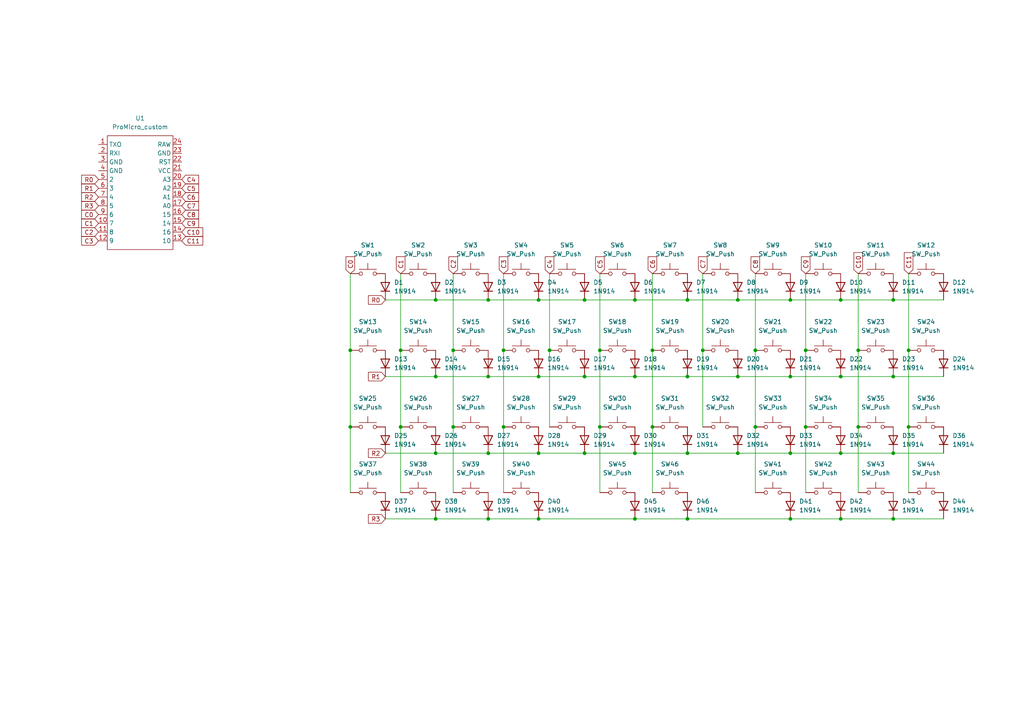
<source format=kicad_sch>
(kicad_sch (version 20230121) (generator eeschema)

  (uuid 35267f5d-5669-4c9c-b302-65252731b974)

  (paper "A4")

  (lib_symbols
    (symbol "Diode:1N914" (pin_numbers hide) (pin_names hide) (in_bom yes) (on_board yes)
      (property "Reference" "D" (at 0 2.54 0)
        (effects (font (size 1.27 1.27)))
      )
      (property "Value" "1N914" (at 0 -2.54 0)
        (effects (font (size 1.27 1.27)))
      )
      (property "Footprint" "Diode_THT:D_DO-35_SOD27_P7.62mm_Horizontal" (at 0 -4.445 0)
        (effects (font (size 1.27 1.27)) hide)
      )
      (property "Datasheet" "http://www.vishay.com/docs/85622/1n914.pdf" (at 0 0 0)
        (effects (font (size 1.27 1.27)) hide)
      )
      (property "Sim.Device" "D" (at 0 0 0)
        (effects (font (size 1.27 1.27)) hide)
      )
      (property "Sim.Pins" "1=K 2=A" (at 0 0 0)
        (effects (font (size 1.27 1.27)) hide)
      )
      (property "ki_keywords" "diode" (at 0 0 0)
        (effects (font (size 1.27 1.27)) hide)
      )
      (property "ki_description" "100V 0.3A Small Signal Fast Switching Diode, DO-35" (at 0 0 0)
        (effects (font (size 1.27 1.27)) hide)
      )
      (property "ki_fp_filters" "D*DO?35*" (at 0 0 0)
        (effects (font (size 1.27 1.27)) hide)
      )
      (symbol "1N914_0_1"
        (polyline
          (pts
            (xy -1.27 1.27)
            (xy -1.27 -1.27)
          )
          (stroke (width 0.254) (type default))
          (fill (type none))
        )
        (polyline
          (pts
            (xy 1.27 0)
            (xy -1.27 0)
          )
          (stroke (width 0) (type default))
          (fill (type none))
        )
        (polyline
          (pts
            (xy 1.27 1.27)
            (xy 1.27 -1.27)
            (xy -1.27 0)
            (xy 1.27 1.27)
          )
          (stroke (width 0.254) (type default))
          (fill (type none))
        )
      )
      (symbol "1N914_1_1"
        (pin passive line (at -3.81 0 0) (length 2.54)
          (name "K" (effects (font (size 1.27 1.27))))
          (number "1" (effects (font (size 1.27 1.27))))
        )
        (pin passive line (at 3.81 0 180) (length 2.54)
          (name "A" (effects (font (size 1.27 1.27))))
          (number "2" (effects (font (size 1.27 1.27))))
        )
      )
    )
    (symbol "Switch:SW_Push" (pin_numbers hide) (pin_names (offset 1.016) hide) (in_bom yes) (on_board yes)
      (property "Reference" "SW" (at 1.27 2.54 0)
        (effects (font (size 1.27 1.27)) (justify left))
      )
      (property "Value" "SW_Push" (at 0 -1.524 0)
        (effects (font (size 1.27 1.27)))
      )
      (property "Footprint" "" (at 0 5.08 0)
        (effects (font (size 1.27 1.27)) hide)
      )
      (property "Datasheet" "~" (at 0 5.08 0)
        (effects (font (size 1.27 1.27)) hide)
      )
      (property "ki_keywords" "switch normally-open pushbutton push-button" (at 0 0 0)
        (effects (font (size 1.27 1.27)) hide)
      )
      (property "ki_description" "Push button switch, generic, two pins" (at 0 0 0)
        (effects (font (size 1.27 1.27)) hide)
      )
      (symbol "SW_Push_0_1"
        (circle (center -2.032 0) (radius 0.508)
          (stroke (width 0) (type default))
          (fill (type none))
        )
        (polyline
          (pts
            (xy 0 1.27)
            (xy 0 3.048)
          )
          (stroke (width 0) (type default))
          (fill (type none))
        )
        (polyline
          (pts
            (xy 2.54 1.27)
            (xy -2.54 1.27)
          )
          (stroke (width 0) (type default))
          (fill (type none))
        )
        (circle (center 2.032 0) (radius 0.508)
          (stroke (width 0) (type default))
          (fill (type none))
        )
        (pin passive line (at -5.08 0 0) (length 2.54)
          (name "1" (effects (font (size 1.27 1.27))))
          (number "1" (effects (font (size 1.27 1.27))))
        )
        (pin passive line (at 5.08 0 180) (length 2.54)
          (name "2" (effects (font (size 1.27 1.27))))
          (number "2" (effects (font (size 1.27 1.27))))
        )
      )
    )
    (symbol "jacobsymbols:ProMicro_custom" (in_bom yes) (on_board yes)
      (property "Reference" "U" (at 0 17.78 0)
        (effects (font (size 1.27 1.27)))
      )
      (property "Value" "ProMicro_custom" (at 0 16.51 0)
        (effects (font (size 1.27 1.27)))
      )
      (property "Footprint" "" (at -6.985 -1.905 90)
        (effects (font (size 1.27 1.27)) hide)
      )
      (property "Datasheet" "" (at -6.985 -1.905 90)
        (effects (font (size 1.27 1.27)) hide)
      )
      (symbol "ProMicro_custom_0_1"
        (rectangle (start 9.525 14.605) (end -9.525 -18.415)
          (stroke (width 0) (type default))
          (fill (type none))
        )
      )
      (symbol "ProMicro_custom_1_1"
        (pin bidirectional line (at -12.065 12.065 0) (length 2.54)
          (name "TXO" (effects (font (size 1.27 1.27))))
          (number "1" (effects (font (size 1.27 1.27))))
        )
        (pin bidirectional line (at -12.065 -10.795 0) (length 2.54)
          (name "7" (effects (font (size 1.27 1.27))))
          (number "10" (effects (font (size 1.27 1.27))))
        )
        (pin bidirectional line (at -12.065 -13.335 0) (length 2.54)
          (name "8" (effects (font (size 1.27 1.27))))
          (number "11" (effects (font (size 1.27 1.27))))
        )
        (pin bidirectional line (at -12.065 -15.875 0) (length 2.54)
          (name "9" (effects (font (size 1.27 1.27))))
          (number "12" (effects (font (size 1.27 1.27))))
        )
        (pin bidirectional line (at 12.065 -15.875 180) (length 2.54)
          (name "10" (effects (font (size 1.27 1.27))))
          (number "13" (effects (font (size 1.27 1.27))))
        )
        (pin bidirectional line (at 12.065 -13.335 180) (length 2.54)
          (name "16" (effects (font (size 1.27 1.27))))
          (number "14" (effects (font (size 1.27 1.27))))
        )
        (pin bidirectional line (at 12.065 -10.795 180) (length 2.54)
          (name "14" (effects (font (size 1.27 1.27))))
          (number "15" (effects (font (size 1.27 1.27))))
        )
        (pin bidirectional line (at 12.065 -8.255 180) (length 2.54)
          (name "15" (effects (font (size 1.27 1.27))))
          (number "16" (effects (font (size 1.27 1.27))))
        )
        (pin bidirectional line (at 12.065 -5.715 180) (length 2.54)
          (name "A0" (effects (font (size 1.27 1.27))))
          (number "17" (effects (font (size 1.27 1.27))))
        )
        (pin bidirectional line (at 12.065 -3.175 180) (length 2.54)
          (name "A1" (effects (font (size 1.27 1.27))))
          (number "18" (effects (font (size 1.27 1.27))))
        )
        (pin bidirectional line (at 12.065 -0.635 180) (length 2.54)
          (name "A2" (effects (font (size 1.27 1.27))))
          (number "19" (effects (font (size 1.27 1.27))))
        )
        (pin bidirectional line (at -12.065 9.525 0) (length 2.54)
          (name "RXI" (effects (font (size 1.27 1.27))))
          (number "2" (effects (font (size 1.27 1.27))))
        )
        (pin bidirectional line (at 12.065 1.905 180) (length 2.54)
          (name "A3" (effects (font (size 1.27 1.27))))
          (number "20" (effects (font (size 1.27 1.27))))
        )
        (pin bidirectional line (at 12.065 4.445 180) (length 2.54)
          (name "VCC" (effects (font (size 1.27 1.27))))
          (number "21" (effects (font (size 1.27 1.27))))
        )
        (pin bidirectional line (at 12.065 6.985 180) (length 2.54)
          (name "RST" (effects (font (size 1.27 1.27))))
          (number "22" (effects (font (size 1.27 1.27))))
        )
        (pin bidirectional line (at 12.065 9.525 180) (length 2.54)
          (name "GND" (effects (font (size 1.27 1.27))))
          (number "23" (effects (font (size 1.27 1.27))))
        )
        (pin bidirectional line (at 12.065 12.065 180) (length 2.54)
          (name "RAW" (effects (font (size 1.27 1.27))))
          (number "24" (effects (font (size 1.27 1.27))))
        )
        (pin bidirectional line (at -12.065 6.985 0) (length 2.54)
          (name "GND" (effects (font (size 1.27 1.27))))
          (number "3" (effects (font (size 1.27 1.27))))
        )
        (pin bidirectional line (at -12.065 4.445 0) (length 2.54)
          (name "GND" (effects (font (size 1.27 1.27))))
          (number "4" (effects (font (size 1.27 1.27))))
        )
        (pin bidirectional line (at -12.065 1.905 0) (length 2.54)
          (name "2" (effects (font (size 1.27 1.27))))
          (number "5" (effects (font (size 1.27 1.27))))
        )
        (pin bidirectional line (at -12.065 -0.635 0) (length 2.54)
          (name "3" (effects (font (size 1.27 1.27))))
          (number "6" (effects (font (size 1.27 1.27))))
        )
        (pin bidirectional line (at -12.065 -3.175 0) (length 2.54)
          (name "4" (effects (font (size 1.27 1.27))))
          (number "7" (effects (font (size 1.27 1.27))))
        )
        (pin bidirectional line (at -12.065 -5.715 0) (length 2.54)
          (name "5" (effects (font (size 1.27 1.27))))
          (number "8" (effects (font (size 1.27 1.27))))
        )
        (pin bidirectional line (at -12.065 -8.255 0) (length 2.54)
          (name "6" (effects (font (size 1.27 1.27))))
          (number "9" (effects (font (size 1.27 1.27))))
        )
      )
    )
  )

  (junction (at 219.075 123.825) (diameter 0) (color 0 0 0 0)
    (uuid 01e19670-5da1-4f48-80b2-5bf11ee980ba)
  )
  (junction (at 116.205 101.6) (diameter 0) (color 0 0 0 0)
    (uuid 05bf5855-cae7-4a84-9d9a-3864f63c21a9)
  )
  (junction (at 203.835 101.6) (diameter 0) (color 0 0 0 0)
    (uuid 0c7c7efa-8475-4cb4-b2db-e962ac448240)
  )
  (junction (at 101.6 123.825) (diameter 0) (color 0 0 0 0)
    (uuid 0f3d7537-8be4-4e39-9497-fab19267754f)
  )
  (junction (at 141.605 131.445) (diameter 0) (color 0 0 0 0)
    (uuid 0f59c189-24c6-443d-8b6b-0d2fbc9577ba)
  )
  (junction (at 146.05 101.6) (diameter 0) (color 0 0 0 0)
    (uuid 1676778b-f69d-4cbe-87c6-872563f8f438)
  )
  (junction (at 219.075 101.6) (diameter 0) (color 0 0 0 0)
    (uuid 1d119220-670f-4e29-b88d-a74f81071a66)
  )
  (junction (at 259.08 86.995) (diameter 0) (color 0 0 0 0)
    (uuid 1fa0ebdb-ec09-406f-81d5-067471f60832)
  )
  (junction (at 156.21 86.995) (diameter 0) (color 0 0 0 0)
    (uuid 257381b5-0b55-4d59-a109-5486a816c80a)
  )
  (junction (at 126.365 86.995) (diameter 0) (color 0 0 0 0)
    (uuid 2ae75479-c9c9-4461-a49c-b36bfc99dff3)
  )
  (junction (at 213.995 131.445) (diameter 0) (color 0 0 0 0)
    (uuid 2f000b7a-432d-4f27-9333-c5d58d184a56)
  )
  (junction (at 116.205 123.825) (diameter 0) (color 0 0 0 0)
    (uuid 3092041f-708a-4b93-b886-87e8c724848d)
  )
  (junction (at 156.21 109.22) (diameter 0) (color 0 0 0 0)
    (uuid 322b5d07-91a0-48fa-a265-055d5c82407f)
  )
  (junction (at 189.23 101.6) (diameter 0) (color 0 0 0 0)
    (uuid 38851a43-f038-4cf5-b810-2d2586d20985)
  )
  (junction (at 126.365 131.445) (diameter 0) (color 0 0 0 0)
    (uuid 4639b497-8441-4824-870b-e773d3526416)
  )
  (junction (at 156.21 131.445) (diameter 0) (color 0 0 0 0)
    (uuid 53468276-6b9d-4090-98fe-9abd6d96fae3)
  )
  (junction (at 189.23 123.825) (diameter 0) (color 0 0 0 0)
    (uuid 57820a84-4578-4f0d-900a-6f02b71e6713)
  )
  (junction (at 184.15 109.22) (diameter 0) (color 0 0 0 0)
    (uuid 5ba79ee8-eb54-46bf-86e6-085bf64033e5)
  )
  (junction (at 229.235 131.445) (diameter 0) (color 0 0 0 0)
    (uuid 672b58d6-d4ca-4baf-979d-47b1794b1666)
  )
  (junction (at 126.365 150.495) (diameter 0) (color 0 0 0 0)
    (uuid 69340b73-25f0-4d5f-b578-4c005ea6695e)
  )
  (junction (at 169.545 131.445) (diameter 0) (color 0 0 0 0)
    (uuid 6b5ff09f-673b-4823-bd40-45138449b6ae)
  )
  (junction (at 184.15 86.995) (diameter 0) (color 0 0 0 0)
    (uuid 6e15549a-76b8-460d-be4c-07ace1815aae)
  )
  (junction (at 248.92 101.6) (diameter 0) (color 0 0 0 0)
    (uuid 6e26092a-8dd6-46da-bca6-ef1b92917cec)
  )
  (junction (at 199.39 150.495) (diameter 0) (color 0 0 0 0)
    (uuid 702083b3-050a-4e31-bdaf-bf37695f32ba)
  )
  (junction (at 233.68 123.825) (diameter 0) (color 0 0 0 0)
    (uuid 7103914e-8dc5-4f80-a453-e82b64c5d3e6)
  )
  (junction (at 141.605 109.22) (diameter 0) (color 0 0 0 0)
    (uuid 7f5f66c9-b6df-46de-9d6b-6c9c0a635993)
  )
  (junction (at 248.92 123.825) (diameter 0) (color 0 0 0 0)
    (uuid 8bd78a0d-2932-46eb-af47-4aef51df3bd4)
  )
  (junction (at 229.235 86.995) (diameter 0) (color 0 0 0 0)
    (uuid 8c519759-b16a-4bca-aef7-9ec8deca7289)
  )
  (junction (at 141.605 150.495) (diameter 0) (color 0 0 0 0)
    (uuid 8f74adc6-b742-420b-841c-e5489ed4dde6)
  )
  (junction (at 146.05 123.825) (diameter 0) (color 0 0 0 0)
    (uuid 905902c0-84d6-4216-a0b6-5745c065a1e3)
  )
  (junction (at 213.995 86.995) (diameter 0) (color 0 0 0 0)
    (uuid 945155ab-eaa2-4218-be24-91b06f9433f3)
  )
  (junction (at 169.545 109.22) (diameter 0) (color 0 0 0 0)
    (uuid 945499c4-ffa5-4a78-b686-ebadbcd7ccb1)
  )
  (junction (at 141.605 86.995) (diameter 0) (color 0 0 0 0)
    (uuid 94f465d0-8bf7-4483-817c-405fbea49f99)
  )
  (junction (at 131.445 101.6) (diameter 0) (color 0 0 0 0)
    (uuid 972105e4-773c-4f1d-b044-3b79f95ff7c8)
  )
  (junction (at 213.995 109.22) (diameter 0) (color 0 0 0 0)
    (uuid 9a441c05-7981-4e77-b3ee-d8c98724dcdd)
  )
  (junction (at 159.385 101.6) (diameter 0) (color 0 0 0 0)
    (uuid 9ad307fd-ea3a-4013-87ff-69a685db7d2f)
  )
  (junction (at 131.445 123.825) (diameter 0) (color 0 0 0 0)
    (uuid 9eb391b8-74d1-46eb-b43d-4c0783764810)
  )
  (junction (at 259.08 109.22) (diameter 0) (color 0 0 0 0)
    (uuid a15f96c9-2d5c-4ebc-b847-7b8e55786880)
  )
  (junction (at 263.525 123.825) (diameter 0) (color 0 0 0 0)
    (uuid a553e609-8f62-404f-9ab3-96de0aec7592)
  )
  (junction (at 259.08 131.445) (diameter 0) (color 0 0 0 0)
    (uuid b3c58c7b-2972-436d-a6f0-7980b57efffa)
  )
  (junction (at 173.99 123.825) (diameter 0) (color 0 0 0 0)
    (uuid ba097b21-08c1-4ea8-b57f-48c8c72909ee)
  )
  (junction (at 126.365 109.22) (diameter 0) (color 0 0 0 0)
    (uuid bde01492-ff01-43a6-bbd1-fe57ae9928c0)
  )
  (junction (at 243.84 150.495) (diameter 0) (color 0 0 0 0)
    (uuid be73bdfe-8f06-4826-bedf-8f8542413d36)
  )
  (junction (at 199.39 86.995) (diameter 0) (color 0 0 0 0)
    (uuid bed0aede-8be2-4f25-858e-5e89ff0d2b0a)
  )
  (junction (at 259.08 150.495) (diameter 0) (color 0 0 0 0)
    (uuid c05a972d-b573-4c2d-a4ce-718c933aeb82)
  )
  (junction (at 243.84 131.445) (diameter 0) (color 0 0 0 0)
    (uuid d122d406-a5b4-4286-a436-8cd2c81631c9)
  )
  (junction (at 263.525 101.6) (diameter 0) (color 0 0 0 0)
    (uuid d41dd156-8fea-4343-83b0-a72692baa3a5)
  )
  (junction (at 169.545 86.995) (diameter 0) (color 0 0 0 0)
    (uuid d68055f6-3989-4711-8c1f-ff61e9d08844)
  )
  (junction (at 229.235 150.495) (diameter 0) (color 0 0 0 0)
    (uuid d950c6ef-dcc6-41fb-9ec1-14e337a81607)
  )
  (junction (at 101.6 101.6) (diameter 0) (color 0 0 0 0)
    (uuid da481440-9362-4aee-8581-96c861a6787a)
  )
  (junction (at 243.84 86.995) (diameter 0) (color 0 0 0 0)
    (uuid da5d3027-c1cc-4a73-966f-833eb3eb335d)
  )
  (junction (at 243.84 109.22) (diameter 0) (color 0 0 0 0)
    (uuid e1e32793-3241-49a2-8b89-b987911187de)
  )
  (junction (at 233.68 101.6) (diameter 0) (color 0 0 0 0)
    (uuid e278d522-e430-46e7-9be9-bbc92f27f492)
  )
  (junction (at 156.21 150.495) (diameter 0) (color 0 0 0 0)
    (uuid e4904712-b5e7-41d5-bbef-80ef7d810653)
  )
  (junction (at 199.39 131.445) (diameter 0) (color 0 0 0 0)
    (uuid e5cbdf1c-14a3-444b-b1bd-4fe6269dff8e)
  )
  (junction (at 229.235 109.22) (diameter 0) (color 0 0 0 0)
    (uuid e931c7fa-65c1-452b-a466-cbf534d56cd9)
  )
  (junction (at 199.39 109.22) (diameter 0) (color 0 0 0 0)
    (uuid e951425f-85a9-42fe-a022-00a4de8d9ef4)
  )
  (junction (at 184.15 131.445) (diameter 0) (color 0 0 0 0)
    (uuid eff42272-13c0-4681-bdcc-c7dccf1d4562)
  )
  (junction (at 184.15 150.495) (diameter 0) (color 0 0 0 0)
    (uuid f4a0d44c-d356-47af-8f49-cd3b54edf61b)
  )
  (junction (at 173.99 101.6) (diameter 0) (color 0 0 0 0)
    (uuid fe423670-66a1-49c4-a142-d2f05ecbdf0d)
  )

  (wire (pts (xy 203.835 101.6) (xy 203.835 123.825))
    (stroke (width 0) (type default))
    (uuid 02509ec1-dc5b-470e-88ec-ea02d6ce332e)
  )
  (wire (pts (xy 156.21 131.445) (xy 169.545 131.445))
    (stroke (width 0) (type default))
    (uuid 02a31350-5b3d-4eb9-b99f-bf95303c384c)
  )
  (wire (pts (xy 131.445 123.825) (xy 131.445 142.875))
    (stroke (width 0) (type default))
    (uuid 08ee5e92-13f7-45a1-a1d7-6e32bac13eeb)
  )
  (wire (pts (xy 184.15 86.995) (xy 199.39 86.995))
    (stroke (width 0) (type default))
    (uuid 14fa37cd-6e3c-49e3-83ac-c2d592dbd3d7)
  )
  (wire (pts (xy 169.545 109.22) (xy 184.15 109.22))
    (stroke (width 0) (type default))
    (uuid 163300fa-3b09-4530-99b9-d101f0d37841)
  )
  (wire (pts (xy 173.99 101.6) (xy 173.99 123.825))
    (stroke (width 0) (type default))
    (uuid 1f226fb6-9956-4743-b0e3-5aec3685fc46)
  )
  (wire (pts (xy 229.235 150.495) (xy 243.84 150.495))
    (stroke (width 0) (type default))
    (uuid 2093efb6-253e-4b0b-a1a7-885dc0bc72d4)
  )
  (wire (pts (xy 116.205 101.6) (xy 116.205 123.825))
    (stroke (width 0) (type default))
    (uuid 22aeb498-2829-4fb9-acde-7eb56e212298)
  )
  (wire (pts (xy 203.835 79.375) (xy 203.835 101.6))
    (stroke (width 0) (type default))
    (uuid 22b8f67e-f454-4e8d-b12a-7571afa7974c)
  )
  (wire (pts (xy 189.23 79.375) (xy 189.23 101.6))
    (stroke (width 0) (type default))
    (uuid 26fe5648-888b-4f9a-8713-d56afdc264f8)
  )
  (wire (pts (xy 243.84 150.495) (xy 259.08 150.495))
    (stroke (width 0) (type default))
    (uuid 27ffdacb-a1b0-4f5a-b596-524bfdb9f049)
  )
  (wire (pts (xy 116.205 79.375) (xy 116.205 101.6))
    (stroke (width 0) (type default))
    (uuid 2cc8fc31-4444-4ce9-8ca8-5d45b50115e4)
  )
  (wire (pts (xy 243.84 131.445) (xy 259.08 131.445))
    (stroke (width 0) (type default))
    (uuid 2fa8dd9e-8a80-40d1-add3-af80010d8523)
  )
  (wire (pts (xy 159.385 79.375) (xy 159.385 101.6))
    (stroke (width 0) (type default))
    (uuid 37b7d3d8-f67a-4a54-91de-a38b969acefc)
  )
  (wire (pts (xy 111.76 131.445) (xy 126.365 131.445))
    (stroke (width 0) (type default))
    (uuid 3cb3132e-7e63-4d69-9dfc-a44c611b82a4)
  )
  (wire (pts (xy 263.525 101.6) (xy 263.525 123.825))
    (stroke (width 0) (type default))
    (uuid 3f7fddb1-74e8-455e-a95c-01c0c8cf0537)
  )
  (wire (pts (xy 111.76 109.22) (xy 126.365 109.22))
    (stroke (width 0) (type default))
    (uuid 41c558d8-d02d-459c-be68-e7d040a2cc8d)
  )
  (wire (pts (xy 263.525 79.375) (xy 263.525 101.6))
    (stroke (width 0) (type default))
    (uuid 42cc3800-86ce-489e-89f5-9904a6014b45)
  )
  (wire (pts (xy 101.6 123.825) (xy 101.6 142.875))
    (stroke (width 0) (type default))
    (uuid 446f8ae1-82d4-4240-bbff-4cd594879f92)
  )
  (wire (pts (xy 199.39 150.495) (xy 229.235 150.495))
    (stroke (width 0) (type default))
    (uuid 4beb2885-baf2-4172-8db6-6e50085bc397)
  )
  (wire (pts (xy 126.365 131.445) (xy 141.605 131.445))
    (stroke (width 0) (type default))
    (uuid 53241a9b-c4e3-46a0-950a-54cb10df0150)
  )
  (wire (pts (xy 259.08 109.22) (xy 273.685 109.22))
    (stroke (width 0) (type default))
    (uuid 55b03a62-70a1-497b-957d-c64f020e9f61)
  )
  (wire (pts (xy 111.76 150.495) (xy 126.365 150.495))
    (stroke (width 0) (type default))
    (uuid 55b2a6cb-f344-4f5d-8c12-6b6056a3211d)
  )
  (wire (pts (xy 229.235 86.995) (xy 243.84 86.995))
    (stroke (width 0) (type default))
    (uuid 56cc43a1-23ba-4e24-8560-352be48ee86e)
  )
  (wire (pts (xy 219.075 79.375) (xy 219.075 101.6))
    (stroke (width 0) (type default))
    (uuid 59334ee4-cd78-4134-bfdd-95e48e2bd581)
  )
  (wire (pts (xy 229.235 109.22) (xy 243.84 109.22))
    (stroke (width 0) (type default))
    (uuid 59a2bca3-3b2e-4050-9821-b46c64d38f8c)
  )
  (wire (pts (xy 259.08 150.495) (xy 273.685 150.495))
    (stroke (width 0) (type default))
    (uuid 5b0f9b65-622e-4960-b799-9bb2ae41b88d)
  )
  (wire (pts (xy 146.05 101.6) (xy 146.05 123.825))
    (stroke (width 0) (type default))
    (uuid 6a91b5fe-062f-413e-9978-a72bfe24d8ea)
  )
  (wire (pts (xy 169.545 131.445) (xy 184.15 131.445))
    (stroke (width 0) (type default))
    (uuid 6b9b54d7-2e1f-4dd2-8a9d-6f3c37baa13a)
  )
  (wire (pts (xy 219.075 101.6) (xy 219.075 123.825))
    (stroke (width 0) (type default))
    (uuid 6c7f3887-d8fb-4803-8871-3ca242f061e7)
  )
  (wire (pts (xy 199.39 86.995) (xy 213.995 86.995))
    (stroke (width 0) (type default))
    (uuid 6ea634c2-4043-4aa2-add0-814d75b41b42)
  )
  (wire (pts (xy 141.605 86.995) (xy 156.21 86.995))
    (stroke (width 0) (type default))
    (uuid 6f1618c3-a198-467d-9002-96144faf15e8)
  )
  (wire (pts (xy 146.05 79.375) (xy 146.05 101.6))
    (stroke (width 0) (type default))
    (uuid 6f58ef94-2663-4786-a64a-f30854c4be7d)
  )
  (wire (pts (xy 156.21 109.22) (xy 169.545 109.22))
    (stroke (width 0) (type default))
    (uuid 6fd02426-c105-4e27-a3e2-4efc6755ca60)
  )
  (wire (pts (xy 259.08 86.995) (xy 273.685 86.995))
    (stroke (width 0) (type default))
    (uuid 714d8e4c-fd43-4535-b19e-f97fe9d44b43)
  )
  (wire (pts (xy 248.92 101.6) (xy 248.92 123.825))
    (stroke (width 0) (type default))
    (uuid 7237fd3b-097c-4613-b3ee-2dd160c2d2d9)
  )
  (wire (pts (xy 126.365 150.495) (xy 141.605 150.495))
    (stroke (width 0) (type default))
    (uuid 7ebd4e8b-96ee-4333-819d-bca13e8f484d)
  )
  (wire (pts (xy 219.075 123.825) (xy 219.075 142.875))
    (stroke (width 0) (type default))
    (uuid 823d342b-f970-4ab2-b0f0-ed2b34a05744)
  )
  (wire (pts (xy 248.92 123.825) (xy 248.92 142.875))
    (stroke (width 0) (type default))
    (uuid 8572722e-5b21-499f-9b75-1a695ed97aa7)
  )
  (wire (pts (xy 146.05 123.825) (xy 146.05 142.875))
    (stroke (width 0) (type default))
    (uuid 863b8a66-6678-4ca4-8246-5bc7fc975131)
  )
  (wire (pts (xy 213.995 109.22) (xy 229.235 109.22))
    (stroke (width 0) (type default))
    (uuid 8ad72c3e-6d16-435c-909f-49de5c948029)
  )
  (wire (pts (xy 141.605 131.445) (xy 156.21 131.445))
    (stroke (width 0) (type default))
    (uuid 8f4e79ae-b94c-41d1-b7bc-8d0a5beb83c8)
  )
  (wire (pts (xy 131.445 101.6) (xy 131.445 123.825))
    (stroke (width 0) (type default))
    (uuid 90904f30-b495-4bf1-8771-99e8dcab7db5)
  )
  (wire (pts (xy 116.205 123.825) (xy 116.205 142.875))
    (stroke (width 0) (type default))
    (uuid 911286a2-7f41-4d79-a678-0acb1b6309e3)
  )
  (wire (pts (xy 189.23 101.6) (xy 189.23 123.825))
    (stroke (width 0) (type default))
    (uuid 98db87f3-b288-4853-b984-d3b1afad46b6)
  )
  (wire (pts (xy 173.99 79.375) (xy 173.99 101.6))
    (stroke (width 0) (type default))
    (uuid 99616b4c-c337-447a-85f1-f7fb3c0b707c)
  )
  (wire (pts (xy 156.21 150.495) (xy 184.15 150.495))
    (stroke (width 0) (type default))
    (uuid a51be2c4-64a1-4959-a68d-a37832c06ea6)
  )
  (wire (pts (xy 213.995 86.995) (xy 229.235 86.995))
    (stroke (width 0) (type default))
    (uuid a9243af3-a713-4a0d-8831-6974776df4f0)
  )
  (wire (pts (xy 101.6 79.375) (xy 101.6 101.6))
    (stroke (width 0) (type default))
    (uuid a9ddb5d9-77a8-4e77-ae8d-f9e6742ea855)
  )
  (wire (pts (xy 141.605 109.22) (xy 156.21 109.22))
    (stroke (width 0) (type default))
    (uuid b3d283ce-5e40-470e-bf55-4def0bc65551)
  )
  (wire (pts (xy 184.15 109.22) (xy 199.39 109.22))
    (stroke (width 0) (type default))
    (uuid b7475189-3ae3-41cb-8034-c9c35701e6cd)
  )
  (wire (pts (xy 111.76 86.995) (xy 126.365 86.995))
    (stroke (width 0) (type default))
    (uuid b80d2455-20d5-4386-b3c6-27fb4895ce84)
  )
  (wire (pts (xy 213.995 131.445) (xy 229.235 131.445))
    (stroke (width 0) (type default))
    (uuid bb5bfaad-99d0-4d49-bc6a-64b4c99b9c1a)
  )
  (wire (pts (xy 233.68 79.375) (xy 233.68 101.6))
    (stroke (width 0) (type default))
    (uuid bc031963-5ca4-48fb-b742-604b4b875583)
  )
  (wire (pts (xy 184.15 131.445) (xy 199.39 131.445))
    (stroke (width 0) (type default))
    (uuid bc75cb31-f1bb-47d8-a18a-bbe954ba372a)
  )
  (wire (pts (xy 173.99 123.825) (xy 173.99 142.875))
    (stroke (width 0) (type default))
    (uuid c3b8fbb1-dd7c-4c4e-9e2a-f81ada8b0b5c)
  )
  (wire (pts (xy 159.385 101.6) (xy 159.385 123.825))
    (stroke (width 0) (type default))
    (uuid c5fc03e3-b291-4716-9f5f-9692219153e9)
  )
  (wire (pts (xy 184.15 150.495) (xy 199.39 150.495))
    (stroke (width 0) (type default))
    (uuid c7d51027-d478-4827-8b78-91af0225ac70)
  )
  (wire (pts (xy 229.235 131.445) (xy 243.84 131.445))
    (stroke (width 0) (type default))
    (uuid cb4b1c2a-9b46-4e24-9a81-4badffe0a67b)
  )
  (wire (pts (xy 126.365 86.995) (xy 141.605 86.995))
    (stroke (width 0) (type default))
    (uuid cc77f27d-5cb9-44fa-a4f5-8bfd079f3b79)
  )
  (wire (pts (xy 243.84 109.22) (xy 259.08 109.22))
    (stroke (width 0) (type default))
    (uuid d0050141-7edd-41b8-bc5d-553a5a3e1118)
  )
  (wire (pts (xy 141.605 150.495) (xy 156.21 150.495))
    (stroke (width 0) (type default))
    (uuid d081070d-0422-4411-a09f-3fcb889f95fa)
  )
  (wire (pts (xy 189.23 123.825) (xy 189.23 142.875))
    (stroke (width 0) (type default))
    (uuid d8881d2e-90b5-4601-b98a-b2a69fb387e8)
  )
  (wire (pts (xy 101.6 101.6) (xy 101.6 123.825))
    (stroke (width 0) (type default))
    (uuid dbfac1bf-9893-4cb9-b38c-a5d2525481cf)
  )
  (wire (pts (xy 131.445 79.375) (xy 131.445 101.6))
    (stroke (width 0) (type default))
    (uuid dd299f4f-896c-4f72-9fd4-b0654d81a9b1)
  )
  (wire (pts (xy 126.365 109.22) (xy 141.605 109.22))
    (stroke (width 0) (type default))
    (uuid e08ff0b9-65c3-48e1-b4a7-cf3e81d2ac56)
  )
  (wire (pts (xy 263.525 123.825) (xy 263.525 142.875))
    (stroke (width 0) (type default))
    (uuid e114d464-504b-48e1-b139-cfcb8c967b1a)
  )
  (wire (pts (xy 248.92 79.375) (xy 248.92 101.6))
    (stroke (width 0) (type default))
    (uuid e1457489-de12-495b-af4a-6124c555f104)
  )
  (wire (pts (xy 199.39 109.22) (xy 213.995 109.22))
    (stroke (width 0) (type default))
    (uuid e32a5b02-04ba-4025-9bb1-88cc99b55492)
  )
  (wire (pts (xy 243.84 86.995) (xy 259.08 86.995))
    (stroke (width 0) (type default))
    (uuid e696b427-8b59-4a1e-bda5-5337e25917ee)
  )
  (wire (pts (xy 233.68 123.825) (xy 233.68 142.875))
    (stroke (width 0) (type default))
    (uuid f02699f3-0d7d-45a0-aa4d-6055a39d5ee9)
  )
  (wire (pts (xy 259.08 131.445) (xy 273.685 131.445))
    (stroke (width 0) (type default))
    (uuid f483c630-4279-4634-84d1-cc8fd5655800)
  )
  (wire (pts (xy 199.39 131.445) (xy 213.995 131.445))
    (stroke (width 0) (type default))
    (uuid f5856d98-ca21-4ec0-b200-e8e08963580b)
  )
  (wire (pts (xy 233.68 101.6) (xy 233.68 123.825))
    (stroke (width 0) (type default))
    (uuid fa7f7cad-66b7-43e6-89f9-ab27346e2a0d)
  )
  (wire (pts (xy 169.545 86.995) (xy 184.15 86.995))
    (stroke (width 0) (type default))
    (uuid fb070a14-1e21-43c9-8ffd-aa7fd471cae6)
  )
  (wire (pts (xy 156.21 86.995) (xy 169.545 86.995))
    (stroke (width 0) (type default))
    (uuid fd925866-d8c5-48e0-b2d3-3492f4bf5bca)
  )

  (global_label "R0" (shape input) (at 28.575 52.07 180) (fields_autoplaced)
    (effects (font (size 1.27 1.27)) (justify right))
    (uuid 0266e185-9b8c-4805-bc23-a0f8666196b2)
    (property "Intersheetrefs" "${INTERSHEET_REFS}" (at 23.1103 52.07 0)
      (effects (font (size 1.27 1.27)) (justify right) hide)
    )
  )
  (global_label "C6" (shape input) (at 189.23 79.375 90) (fields_autoplaced)
    (effects (font (size 1.27 1.27)) (justify left))
    (uuid 05510fe8-2e53-47b1-8957-3a72b6794fb3)
    (property "Intersheetrefs" "${INTERSHEET_REFS}" (at 189.23 73.9103 90)
      (effects (font (size 1.27 1.27)) (justify left) hide)
    )
  )
  (global_label "R2" (shape input) (at 28.575 57.15 180) (fields_autoplaced)
    (effects (font (size 1.27 1.27)) (justify right))
    (uuid 07c8574e-7826-47be-bf4e-2cbb169fa92b)
    (property "Intersheetrefs" "${INTERSHEET_REFS}" (at 23.1103 57.15 0)
      (effects (font (size 1.27 1.27)) (justify right) hide)
    )
  )
  (global_label "C9" (shape input) (at 52.705 64.77 0) (fields_autoplaced)
    (effects (font (size 1.27 1.27)) (justify left))
    (uuid 1688098f-20bc-4744-97b7-e38662736f94)
    (property "Intersheetrefs" "${INTERSHEET_REFS}" (at 58.1697 64.77 0)
      (effects (font (size 1.27 1.27)) (justify left) hide)
    )
  )
  (global_label "C5" (shape input) (at 52.705 54.61 0) (fields_autoplaced)
    (effects (font (size 1.27 1.27)) (justify left))
    (uuid 17f1fa99-f360-4e27-ac07-0b4069ae87b4)
    (property "Intersheetrefs" "${INTERSHEET_REFS}" (at 58.1697 54.61 0)
      (effects (font (size 1.27 1.27)) (justify left) hide)
    )
  )
  (global_label "C0" (shape input) (at 101.6 79.375 90) (fields_autoplaced)
    (effects (font (size 1.27 1.27)) (justify left))
    (uuid 19d87239-a220-4db0-afb5-b1dd36a718a9)
    (property "Intersheetrefs" "${INTERSHEET_REFS}" (at 101.6 73.9103 90)
      (effects (font (size 1.27 1.27)) (justify left) hide)
    )
  )
  (global_label "C10" (shape input) (at 248.92 79.375 90) (fields_autoplaced)
    (effects (font (size 1.27 1.27)) (justify left))
    (uuid 369316e7-9ebf-4572-90a9-2616a87395cf)
    (property "Intersheetrefs" "${INTERSHEET_REFS}" (at 248.92 72.7008 90)
      (effects (font (size 1.27 1.27)) (justify left) hide)
    )
  )
  (global_label "C10" (shape input) (at 52.705 67.31 0) (fields_autoplaced)
    (effects (font (size 1.27 1.27)) (justify left))
    (uuid 3a8a94c2-b890-439b-9396-38ac60fbf6be)
    (property "Intersheetrefs" "${INTERSHEET_REFS}" (at 59.3792 67.31 0)
      (effects (font (size 1.27 1.27)) (justify left) hide)
    )
  )
  (global_label "C0" (shape input) (at 28.575 62.23 180) (fields_autoplaced)
    (effects (font (size 1.27 1.27)) (justify right))
    (uuid 3e9b3a2f-4582-4be9-a661-b0adf55d917d)
    (property "Intersheetrefs" "${INTERSHEET_REFS}" (at 23.1103 62.23 0)
      (effects (font (size 1.27 1.27)) (justify right) hide)
    )
  )
  (global_label "C5" (shape input) (at 173.99 79.375 90) (fields_autoplaced)
    (effects (font (size 1.27 1.27)) (justify left))
    (uuid 4600d93e-e991-4b11-83f8-ebeb0b13df3c)
    (property "Intersheetrefs" "${INTERSHEET_REFS}" (at 173.99 73.9103 90)
      (effects (font (size 1.27 1.27)) (justify left) hide)
    )
  )
  (global_label "C6" (shape input) (at 52.705 57.15 0) (fields_autoplaced)
    (effects (font (size 1.27 1.27)) (justify left))
    (uuid 4d1f4214-7158-4c8f-9acf-2182fa672671)
    (property "Intersheetrefs" "${INTERSHEET_REFS}" (at 58.1697 57.15 0)
      (effects (font (size 1.27 1.27)) (justify left) hide)
    )
  )
  (global_label "C4" (shape input) (at 52.705 52.07 0) (fields_autoplaced)
    (effects (font (size 1.27 1.27)) (justify left))
    (uuid 5dd50139-166f-4f91-8f93-f69a6c9b15d6)
    (property "Intersheetrefs" "${INTERSHEET_REFS}" (at 58.1697 52.07 0)
      (effects (font (size 1.27 1.27)) (justify left) hide)
    )
  )
  (global_label "C11" (shape input) (at 52.705 69.85 0) (fields_autoplaced)
    (effects (font (size 1.27 1.27)) (justify left))
    (uuid 68ff7b8a-37b7-488b-b55b-9d07e555f5eb)
    (property "Intersheetrefs" "${INTERSHEET_REFS}" (at 59.3792 69.85 0)
      (effects (font (size 1.27 1.27)) (justify left) hide)
    )
  )
  (global_label "R3" (shape input) (at 111.76 150.495 180) (fields_autoplaced)
    (effects (font (size 1.27 1.27)) (justify right))
    (uuid 6fb90a39-83a1-46f3-9ddc-475db27b4771)
    (property "Intersheetrefs" "${INTERSHEET_REFS}" (at 106.2953 150.495 0)
      (effects (font (size 1.27 1.27)) (justify right) hide)
    )
  )
  (global_label "C1" (shape input) (at 116.205 79.375 90) (fields_autoplaced)
    (effects (font (size 1.27 1.27)) (justify left))
    (uuid 75153ded-0d00-4345-81a0-0f3884fe57e1)
    (property "Intersheetrefs" "${INTERSHEET_REFS}" (at 116.205 73.9103 90)
      (effects (font (size 1.27 1.27)) (justify left) hide)
    )
  )
  (global_label "R2" (shape input) (at 111.76 131.445 180) (fields_autoplaced)
    (effects (font (size 1.27 1.27)) (justify right))
    (uuid 772bf492-705a-47b9-9d35-0bef59fa9b2b)
    (property "Intersheetrefs" "${INTERSHEET_REFS}" (at 106.2953 131.445 0)
      (effects (font (size 1.27 1.27)) (justify right) hide)
    )
  )
  (global_label "R1" (shape input) (at 28.575 54.61 180) (fields_autoplaced)
    (effects (font (size 1.27 1.27)) (justify right))
    (uuid 7ac2745a-2b45-45b4-89bd-958bd7d14c9c)
    (property "Intersheetrefs" "${INTERSHEET_REFS}" (at 23.1103 54.61 0)
      (effects (font (size 1.27 1.27)) (justify right) hide)
    )
  )
  (global_label "C8" (shape input) (at 219.075 79.375 90) (fields_autoplaced)
    (effects (font (size 1.27 1.27)) (justify left))
    (uuid 8439b2aa-6904-4882-aff5-221357d6a5a6)
    (property "Intersheetrefs" "${INTERSHEET_REFS}" (at 219.075 73.9103 90)
      (effects (font (size 1.27 1.27)) (justify left) hide)
    )
  )
  (global_label "C7" (shape input) (at 203.835 79.375 90) (fields_autoplaced)
    (effects (font (size 1.27 1.27)) (justify left))
    (uuid 918ecf00-ecba-4c83-8c4c-1cf52afb1e57)
    (property "Intersheetrefs" "${INTERSHEET_REFS}" (at 203.835 73.9103 90)
      (effects (font (size 1.27 1.27)) (justify left) hide)
    )
  )
  (global_label "C2" (shape input) (at 131.445 79.375 90) (fields_autoplaced)
    (effects (font (size 1.27 1.27)) (justify left))
    (uuid 9e989dd4-e43b-4b5e-a275-c712f7b8c5cf)
    (property "Intersheetrefs" "${INTERSHEET_REFS}" (at 131.445 73.9103 90)
      (effects (font (size 1.27 1.27)) (justify left) hide)
    )
  )
  (global_label "R1" (shape input) (at 111.76 109.22 180) (fields_autoplaced)
    (effects (font (size 1.27 1.27)) (justify right))
    (uuid 9eab016e-3f27-480a-8018-ec9dc43f84ae)
    (property "Intersheetrefs" "${INTERSHEET_REFS}" (at 106.2953 109.22 0)
      (effects (font (size 1.27 1.27)) (justify right) hide)
    )
  )
  (global_label "C8" (shape input) (at 52.705 62.23 0) (fields_autoplaced)
    (effects (font (size 1.27 1.27)) (justify left))
    (uuid 9fac32bb-2182-4d15-8e0a-0ec1e019193e)
    (property "Intersheetrefs" "${INTERSHEET_REFS}" (at 58.1697 62.23 0)
      (effects (font (size 1.27 1.27)) (justify left) hide)
    )
  )
  (global_label "R3" (shape input) (at 28.575 59.69 180) (fields_autoplaced)
    (effects (font (size 1.27 1.27)) (justify right))
    (uuid a48c618e-4d7b-482a-9a61-9dc1b2705c87)
    (property "Intersheetrefs" "${INTERSHEET_REFS}" (at 23.1103 59.69 0)
      (effects (font (size 1.27 1.27)) (justify right) hide)
    )
  )
  (global_label "C1" (shape input) (at 28.575 64.77 180) (fields_autoplaced)
    (effects (font (size 1.27 1.27)) (justify right))
    (uuid aeb4d762-ed59-4461-bd31-8b120e0ff271)
    (property "Intersheetrefs" "${INTERSHEET_REFS}" (at 23.1103 64.77 0)
      (effects (font (size 1.27 1.27)) (justify right) hide)
    )
  )
  (global_label "C4" (shape input) (at 159.385 79.375 90) (fields_autoplaced)
    (effects (font (size 1.27 1.27)) (justify left))
    (uuid bc82a22a-7af7-44fe-a5ad-3cc81598f22b)
    (property "Intersheetrefs" "${INTERSHEET_REFS}" (at 159.385 73.9103 90)
      (effects (font (size 1.27 1.27)) (justify left) hide)
    )
  )
  (global_label "C9" (shape input) (at 233.68 79.375 90) (fields_autoplaced)
    (effects (font (size 1.27 1.27)) (justify left))
    (uuid bd75a750-0cb8-4764-8db2-c1c56c93de58)
    (property "Intersheetrefs" "${INTERSHEET_REFS}" (at 233.68 73.9103 90)
      (effects (font (size 1.27 1.27)) (justify left) hide)
    )
  )
  (global_label "C3" (shape input) (at 28.575 69.85 180) (fields_autoplaced)
    (effects (font (size 1.27 1.27)) (justify right))
    (uuid d6a31791-e2b9-4982-a10f-129a8592660d)
    (property "Intersheetrefs" "${INTERSHEET_REFS}" (at 23.1103 69.85 0)
      (effects (font (size 1.27 1.27)) (justify right) hide)
    )
  )
  (global_label "C3" (shape input) (at 146.05 79.375 90) (fields_autoplaced)
    (effects (font (size 1.27 1.27)) (justify left))
    (uuid d8a00f78-ddd5-427c-8b12-f69376c9525c)
    (property "Intersheetrefs" "${INTERSHEET_REFS}" (at 146.05 73.9103 90)
      (effects (font (size 1.27 1.27)) (justify left) hide)
    )
  )
  (global_label "C11" (shape input) (at 263.525 79.375 90) (fields_autoplaced)
    (effects (font (size 1.27 1.27)) (justify left))
    (uuid e0b7eda3-5474-4b31-94cd-29c5a313811b)
    (property "Intersheetrefs" "${INTERSHEET_REFS}" (at 263.525 72.7008 90)
      (effects (font (size 1.27 1.27)) (justify left) hide)
    )
  )
  (global_label "R0" (shape input) (at 111.76 86.995 180) (fields_autoplaced)
    (effects (font (size 1.27 1.27)) (justify right))
    (uuid e68d3819-3d79-45f8-9d05-2787758b45f2)
    (property "Intersheetrefs" "${INTERSHEET_REFS}" (at 106.2953 86.995 0)
      (effects (font (size 1.27 1.27)) (justify right) hide)
    )
  )
  (global_label "C2" (shape input) (at 28.575 67.31 180) (fields_autoplaced)
    (effects (font (size 1.27 1.27)) (justify right))
    (uuid f37d6755-20b5-43c8-b662-92813eca58e2)
    (property "Intersheetrefs" "${INTERSHEET_REFS}" (at 23.1103 67.31 0)
      (effects (font (size 1.27 1.27)) (justify right) hide)
    )
  )
  (global_label "C7" (shape input) (at 52.705 59.69 0) (fields_autoplaced)
    (effects (font (size 1.27 1.27)) (justify left))
    (uuid f9478e5a-8021-4fda-b4d1-b7f324939f3d)
    (property "Intersheetrefs" "${INTERSHEET_REFS}" (at 58.1697 59.69 0)
      (effects (font (size 1.27 1.27)) (justify left) hide)
    )
  )

  (symbol (lib_id "Switch:SW_Push") (at 136.525 101.6 0) (unit 1)
    (in_bom yes) (on_board yes) (dnp no) (fields_autoplaced)
    (uuid 009b6dc3-d153-4987-a80f-bf44dd81598a)
    (property "Reference" "SW15" (at 136.525 93.345 0)
      (effects (font (size 1.27 1.27)))
    )
    (property "Value" "SW_Push" (at 136.525 95.885 0)
      (effects (font (size 1.27 1.27)))
    )
    (property "Footprint" "ProjectLocal:SW_Redragon_LowProfile_PCB_1.00u" (at 136.525 96.52 0)
      (effects (font (size 1.27 1.27)) hide)
    )
    (property "Datasheet" "~" (at 136.525 96.52 0)
      (effects (font (size 1.27 1.27)) hide)
    )
    (pin "1" (uuid e72b03c7-e2a7-42c2-b30f-7155c9c1e235))
    (pin "2" (uuid a1d473e2-de07-43c1-b70b-88a75628abf4))
    (instances
      (project "tanto"
        (path "/35267f5d-5669-4c9c-b302-65252731b974"
          (reference "SW15") (unit 1)
        )
      )
    )
  )

  (symbol (lib_id "Diode:1N914") (at 126.365 83.185 90) (unit 1)
    (in_bom yes) (on_board yes) (dnp no) (fields_autoplaced)
    (uuid 035b2ebb-e6cc-41b6-aa78-9587f1bf03de)
    (property "Reference" "D2" (at 128.905 81.915 90)
      (effects (font (size 1.27 1.27)) (justify right))
    )
    (property "Value" "1N914" (at 128.905 84.455 90)
      (effects (font (size 1.27 1.27)) (justify right))
    )
    (property "Footprint" "Diode_THT:D_DO-35_SOD27_P7.62mm_Horizontal" (at 130.81 83.185 0)
      (effects (font (size 1.27 1.27)) hide)
    )
    (property "Datasheet" "http://www.vishay.com/docs/85622/1n914.pdf" (at 126.365 83.185 0)
      (effects (font (size 1.27 1.27)) hide)
    )
    (property "Sim.Device" "D" (at 126.365 83.185 0)
      (effects (font (size 1.27 1.27)) hide)
    )
    (property "Sim.Pins" "1=K 2=A" (at 126.365 83.185 0)
      (effects (font (size 1.27 1.27)) hide)
    )
    (pin "1" (uuid a88e53a7-6fa7-484b-8155-36ffb5462afd))
    (pin "2" (uuid 8ae46cbe-21f9-4c3b-8673-4588b1802c01))
    (instances
      (project "tanto"
        (path "/35267f5d-5669-4c9c-b302-65252731b974"
          (reference "D2") (unit 1)
        )
      )
    )
  )

  (symbol (lib_id "Switch:SW_Push") (at 208.915 101.6 0) (unit 1)
    (in_bom yes) (on_board yes) (dnp no) (fields_autoplaced)
    (uuid 04cbafd3-14d6-4e64-9a3d-83c9bd4fb8bc)
    (property "Reference" "SW20" (at 208.915 93.345 0)
      (effects (font (size 1.27 1.27)))
    )
    (property "Value" "SW_Push" (at 208.915 95.885 0)
      (effects (font (size 1.27 1.27)))
    )
    (property "Footprint" "ProjectLocal:SW_Redragon_LowProfile_PCB_1.00u" (at 208.915 96.52 0)
      (effects (font (size 1.27 1.27)) hide)
    )
    (property "Datasheet" "~" (at 208.915 96.52 0)
      (effects (font (size 1.27 1.27)) hide)
    )
    (pin "1" (uuid ee635f6e-5030-4a3e-96f0-0583502fe83f))
    (pin "2" (uuid d2408251-569d-4216-9c05-cfc94345c6ee))
    (instances
      (project "tanto"
        (path "/35267f5d-5669-4c9c-b302-65252731b974"
          (reference "SW20") (unit 1)
        )
      )
    )
  )

  (symbol (lib_id "Diode:1N914") (at 243.84 105.41 90) (unit 1)
    (in_bom yes) (on_board yes) (dnp no) (fields_autoplaced)
    (uuid 04f5f31b-ef9e-4ea1-a66f-7614ea010e45)
    (property "Reference" "D22" (at 246.38 104.14 90)
      (effects (font (size 1.27 1.27)) (justify right))
    )
    (property "Value" "1N914" (at 246.38 106.68 90)
      (effects (font (size 1.27 1.27)) (justify right))
    )
    (property "Footprint" "Diode_THT:D_DO-35_SOD27_P7.62mm_Horizontal" (at 248.285 105.41 0)
      (effects (font (size 1.27 1.27)) hide)
    )
    (property "Datasheet" "http://www.vishay.com/docs/85622/1n914.pdf" (at 243.84 105.41 0)
      (effects (font (size 1.27 1.27)) hide)
    )
    (property "Sim.Device" "D" (at 243.84 105.41 0)
      (effects (font (size 1.27 1.27)) hide)
    )
    (property "Sim.Pins" "1=K 2=A" (at 243.84 105.41 0)
      (effects (font (size 1.27 1.27)) hide)
    )
    (pin "1" (uuid 41c05302-0c6b-496f-bad3-19681eeea6ef))
    (pin "2" (uuid f7a571cf-6caa-43d3-bea3-2ef0dc57c013))
    (instances
      (project "tanto"
        (path "/35267f5d-5669-4c9c-b302-65252731b974"
          (reference "D22") (unit 1)
        )
      )
    )
  )

  (symbol (lib_id "Switch:SW_Push") (at 106.68 101.6 0) (unit 1)
    (in_bom yes) (on_board yes) (dnp no) (fields_autoplaced)
    (uuid 065e392d-534b-443c-a75a-602d08adc058)
    (property "Reference" "SW13" (at 106.68 93.345 0)
      (effects (font (size 1.27 1.27)))
    )
    (property "Value" "SW_Push" (at 106.68 95.885 0)
      (effects (font (size 1.27 1.27)))
    )
    (property "Footprint" "ProjectLocal:SW_Redragon_LowProfile_PCB_1.00u" (at 106.68 96.52 0)
      (effects (font (size 1.27 1.27)) hide)
    )
    (property "Datasheet" "~" (at 106.68 96.52 0)
      (effects (font (size 1.27 1.27)) hide)
    )
    (pin "1" (uuid 32147a35-885e-487b-a183-ac61e1894da6))
    (pin "2" (uuid 72a54adf-f662-4005-93de-01126a19a19e))
    (instances
      (project "tanto"
        (path "/35267f5d-5669-4c9c-b302-65252731b974"
          (reference "SW13") (unit 1)
        )
      )
    )
  )

  (symbol (lib_id "Diode:1N914") (at 111.76 83.185 90) (unit 1)
    (in_bom yes) (on_board yes) (dnp no) (fields_autoplaced)
    (uuid 0a833c92-b85c-468d-878d-04e4c56f3909)
    (property "Reference" "D1" (at 114.3 81.915 90)
      (effects (font (size 1.27 1.27)) (justify right))
    )
    (property "Value" "1N914" (at 114.3 84.455 90)
      (effects (font (size 1.27 1.27)) (justify right))
    )
    (property "Footprint" "Diode_THT:D_DO-35_SOD27_P7.62mm_Horizontal" (at 116.205 83.185 0)
      (effects (font (size 1.27 1.27)) hide)
    )
    (property "Datasheet" "http://www.vishay.com/docs/85622/1n914.pdf" (at 111.76 83.185 0)
      (effects (font (size 1.27 1.27)) hide)
    )
    (property "Sim.Device" "D" (at 111.76 83.185 0)
      (effects (font (size 1.27 1.27)) hide)
    )
    (property "Sim.Pins" "1=K 2=A" (at 111.76 83.185 0)
      (effects (font (size 1.27 1.27)) hide)
    )
    (pin "1" (uuid 422178d0-35b9-4e16-909f-a7adccb041fb))
    (pin "2" (uuid 4184e8c2-b5b9-4ed5-8c30-34dbbd9ae5da))
    (instances
      (project "tanto"
        (path "/35267f5d-5669-4c9c-b302-65252731b974"
          (reference "D1") (unit 1)
        )
      )
    )
  )

  (symbol (lib_id "Switch:SW_Push") (at 268.605 101.6 0) (unit 1)
    (in_bom yes) (on_board yes) (dnp no) (fields_autoplaced)
    (uuid 0ade04a2-9cb4-4a8e-86ab-4bd37298236b)
    (property "Reference" "SW24" (at 268.605 93.345 0)
      (effects (font (size 1.27 1.27)))
    )
    (property "Value" "SW_Push" (at 268.605 95.885 0)
      (effects (font (size 1.27 1.27)))
    )
    (property "Footprint" "ProjectLocal:SW_Redragon_LowProfile_PCB_1.00u" (at 268.605 96.52 0)
      (effects (font (size 1.27 1.27)) hide)
    )
    (property "Datasheet" "~" (at 268.605 96.52 0)
      (effects (font (size 1.27 1.27)) hide)
    )
    (pin "1" (uuid 7a761258-d529-4e7b-91f4-a15e97db8e92))
    (pin "2" (uuid bbba0fc3-85f5-4655-a40b-50ea31b1d49f))
    (instances
      (project "tanto"
        (path "/35267f5d-5669-4c9c-b302-65252731b974"
          (reference "SW24") (unit 1)
        )
      )
    )
  )

  (symbol (lib_id "Switch:SW_Push") (at 268.605 79.375 0) (unit 1)
    (in_bom yes) (on_board yes) (dnp no) (fields_autoplaced)
    (uuid 0db78664-69fb-41e7-b5be-561be2456383)
    (property "Reference" "SW12" (at 268.605 71.12 0)
      (effects (font (size 1.27 1.27)))
    )
    (property "Value" "SW_Push" (at 268.605 73.66 0)
      (effects (font (size 1.27 1.27)))
    )
    (property "Footprint" "ProjectLocal:SW_Redragon_LowProfile_PCB_1.00u" (at 268.605 74.295 0)
      (effects (font (size 1.27 1.27)) hide)
    )
    (property "Datasheet" "~" (at 268.605 74.295 0)
      (effects (font (size 1.27 1.27)) hide)
    )
    (pin "1" (uuid 674a866d-3530-4bfe-8155-a30a14078e4a))
    (pin "2" (uuid da6e08a1-f782-4169-9e14-e6e8ae908853))
    (instances
      (project "tanto"
        (path "/35267f5d-5669-4c9c-b302-65252731b974"
          (reference "SW12") (unit 1)
        )
      )
    )
  )

  (symbol (lib_id "Switch:SW_Push") (at 268.605 142.875 0) (unit 1)
    (in_bom yes) (on_board yes) (dnp no) (fields_autoplaced)
    (uuid 112a5945-47ba-4b44-8e69-950fa0901243)
    (property "Reference" "SW44" (at 268.605 134.62 0)
      (effects (font (size 1.27 1.27)))
    )
    (property "Value" "SW_Push" (at 268.605 137.16 0)
      (effects (font (size 1.27 1.27)))
    )
    (property "Footprint" "ProjectLocal:SW_Redragon_LowProfile_PCB_1.00u" (at 268.605 137.795 0)
      (effects (font (size 1.27 1.27)) hide)
    )
    (property "Datasheet" "~" (at 268.605 137.795 0)
      (effects (font (size 1.27 1.27)) hide)
    )
    (pin "1" (uuid 364bdb35-e495-4a34-84b8-d2cffbb5f56c))
    (pin "2" (uuid b3baa4db-6364-495a-8ebb-b6d9c0e7b49c))
    (instances
      (project "tanto"
        (path "/35267f5d-5669-4c9c-b302-65252731b974"
          (reference "SW44") (unit 1)
        )
      )
    )
  )

  (symbol (lib_id "Diode:1N914") (at 141.605 105.41 90) (unit 1)
    (in_bom yes) (on_board yes) (dnp no) (fields_autoplaced)
    (uuid 1285bf5e-bf9d-4165-a129-6d8a6b3e35db)
    (property "Reference" "D15" (at 144.145 104.14 90)
      (effects (font (size 1.27 1.27)) (justify right))
    )
    (property "Value" "1N914" (at 144.145 106.68 90)
      (effects (font (size 1.27 1.27)) (justify right))
    )
    (property "Footprint" "Diode_THT:D_DO-35_SOD27_P7.62mm_Horizontal" (at 146.05 105.41 0)
      (effects (font (size 1.27 1.27)) hide)
    )
    (property "Datasheet" "http://www.vishay.com/docs/85622/1n914.pdf" (at 141.605 105.41 0)
      (effects (font (size 1.27 1.27)) hide)
    )
    (property "Sim.Device" "D" (at 141.605 105.41 0)
      (effects (font (size 1.27 1.27)) hide)
    )
    (property "Sim.Pins" "1=K 2=A" (at 141.605 105.41 0)
      (effects (font (size 1.27 1.27)) hide)
    )
    (pin "1" (uuid 86cdad21-90fb-4da1-bb98-e81cb542a6a8))
    (pin "2" (uuid 55e16ef8-66d5-4a31-bdf2-bb42a8da396a))
    (instances
      (project "tanto"
        (path "/35267f5d-5669-4c9c-b302-65252731b974"
          (reference "D15") (unit 1)
        )
      )
    )
  )

  (symbol (lib_id "Diode:1N914") (at 156.21 127.635 90) (unit 1)
    (in_bom yes) (on_board yes) (dnp no) (fields_autoplaced)
    (uuid 135cef5e-b4ba-4e47-8a5c-749a25f4a994)
    (property "Reference" "D28" (at 158.75 126.365 90)
      (effects (font (size 1.27 1.27)) (justify right))
    )
    (property "Value" "1N914" (at 158.75 128.905 90)
      (effects (font (size 1.27 1.27)) (justify right))
    )
    (property "Footprint" "Diode_THT:D_DO-35_SOD27_P7.62mm_Horizontal" (at 160.655 127.635 0)
      (effects (font (size 1.27 1.27)) hide)
    )
    (property "Datasheet" "http://www.vishay.com/docs/85622/1n914.pdf" (at 156.21 127.635 0)
      (effects (font (size 1.27 1.27)) hide)
    )
    (property "Sim.Device" "D" (at 156.21 127.635 0)
      (effects (font (size 1.27 1.27)) hide)
    )
    (property "Sim.Pins" "1=K 2=A" (at 156.21 127.635 0)
      (effects (font (size 1.27 1.27)) hide)
    )
    (pin "1" (uuid 15132e89-709f-4ebd-9ec1-5a553b36ff03))
    (pin "2" (uuid 718bded3-3009-4472-8cb0-107f24e26b15))
    (instances
      (project "tanto"
        (path "/35267f5d-5669-4c9c-b302-65252731b974"
          (reference "D28") (unit 1)
        )
      )
    )
  )

  (symbol (lib_id "Switch:SW_Push") (at 194.31 101.6 0) (unit 1)
    (in_bom yes) (on_board yes) (dnp no) (fields_autoplaced)
    (uuid 1a857a04-366b-4cf4-8e41-cc2508e74514)
    (property "Reference" "SW19" (at 194.31 93.345 0)
      (effects (font (size 1.27 1.27)))
    )
    (property "Value" "SW_Push" (at 194.31 95.885 0)
      (effects (font (size 1.27 1.27)))
    )
    (property "Footprint" "ProjectLocal:SW_Redragon_LowProfile_PCB_1.00u" (at 194.31 96.52 0)
      (effects (font (size 1.27 1.27)) hide)
    )
    (property "Datasheet" "~" (at 194.31 96.52 0)
      (effects (font (size 1.27 1.27)) hide)
    )
    (pin "1" (uuid 036a6fb2-741e-4007-9458-58f8d421235c))
    (pin "2" (uuid 5b4e205a-7a56-41bc-b9ef-4d4f0f8a2eec))
    (instances
      (project "tanto"
        (path "/35267f5d-5669-4c9c-b302-65252731b974"
          (reference "SW19") (unit 1)
        )
      )
    )
  )

  (symbol (lib_id "Switch:SW_Push") (at 254 142.875 0) (unit 1)
    (in_bom yes) (on_board yes) (dnp no) (fields_autoplaced)
    (uuid 21f33b50-27e9-469c-ab9e-77d43153fd39)
    (property "Reference" "SW43" (at 254 134.62 0)
      (effects (font (size 1.27 1.27)))
    )
    (property "Value" "SW_Push" (at 254 137.16 0)
      (effects (font (size 1.27 1.27)))
    )
    (property "Footprint" "ProjectLocal:SW_Redragon_LowProfile_PCB_1.00u" (at 254 137.795 0)
      (effects (font (size 1.27 1.27)) hide)
    )
    (property "Datasheet" "~" (at 254 137.795 0)
      (effects (font (size 1.27 1.27)) hide)
    )
    (pin "1" (uuid 6f3b941f-c782-49fa-9d59-9637cd32a96a))
    (pin "2" (uuid 5bfb618e-cd23-459c-a9eb-acd93e608a16))
    (instances
      (project "tanto"
        (path "/35267f5d-5669-4c9c-b302-65252731b974"
          (reference "SW43") (unit 1)
        )
      )
    )
  )

  (symbol (lib_id "Switch:SW_Push") (at 136.525 142.875 0) (unit 1)
    (in_bom yes) (on_board yes) (dnp no) (fields_autoplaced)
    (uuid 288a39fe-405e-4ab8-9ccc-32aefbea14e6)
    (property "Reference" "SW39" (at 136.525 134.62 0)
      (effects (font (size 1.27 1.27)))
    )
    (property "Value" "SW_Push" (at 136.525 137.16 0)
      (effects (font (size 1.27 1.27)))
    )
    (property "Footprint" "ProjectLocal:SW_Redragon_LowProfile_PCB_1.00u" (at 136.525 137.795 0)
      (effects (font (size 1.27 1.27)) hide)
    )
    (property "Datasheet" "~" (at 136.525 137.795 0)
      (effects (font (size 1.27 1.27)) hide)
    )
    (pin "1" (uuid da730813-ccd6-4105-9cdd-272a2cc745cb))
    (pin "2" (uuid 7797a0e9-8f78-407f-833f-e087fd83d96e))
    (instances
      (project "tanto"
        (path "/35267f5d-5669-4c9c-b302-65252731b974"
          (reference "SW39") (unit 1)
        )
      )
    )
  )

  (symbol (lib_id "Switch:SW_Push") (at 194.31 123.825 0) (unit 1)
    (in_bom yes) (on_board yes) (dnp no) (fields_autoplaced)
    (uuid 2a39950c-1fb0-4652-b094-ade0ae812068)
    (property "Reference" "SW31" (at 194.31 115.57 0)
      (effects (font (size 1.27 1.27)))
    )
    (property "Value" "SW_Push" (at 194.31 118.11 0)
      (effects (font (size 1.27 1.27)))
    )
    (property "Footprint" "ProjectLocal:SW_Redragon_LowProfile_PCB_1.00u" (at 194.31 118.745 0)
      (effects (font (size 1.27 1.27)) hide)
    )
    (property "Datasheet" "~" (at 194.31 118.745 0)
      (effects (font (size 1.27 1.27)) hide)
    )
    (pin "1" (uuid 6448936a-0c7d-428c-986e-92dbce9feaa2))
    (pin "2" (uuid 5c3804cf-dfb2-452f-a909-9dbacfec4934))
    (instances
      (project "tanto"
        (path "/35267f5d-5669-4c9c-b302-65252731b974"
          (reference "SW31") (unit 1)
        )
      )
    )
  )

  (symbol (lib_id "Diode:1N914") (at 141.605 146.685 90) (unit 1)
    (in_bom yes) (on_board yes) (dnp no) (fields_autoplaced)
    (uuid 2ed56895-eb33-4020-a8e0-fdf8b58c0a06)
    (property "Reference" "D39" (at 144.145 145.415 90)
      (effects (font (size 1.27 1.27)) (justify right))
    )
    (property "Value" "1N914" (at 144.145 147.955 90)
      (effects (font (size 1.27 1.27)) (justify right))
    )
    (property "Footprint" "Diode_THT:D_DO-35_SOD27_P7.62mm_Horizontal" (at 146.05 146.685 0)
      (effects (font (size 1.27 1.27)) hide)
    )
    (property "Datasheet" "http://www.vishay.com/docs/85622/1n914.pdf" (at 141.605 146.685 0)
      (effects (font (size 1.27 1.27)) hide)
    )
    (property "Sim.Device" "D" (at 141.605 146.685 0)
      (effects (font (size 1.27 1.27)) hide)
    )
    (property "Sim.Pins" "1=K 2=A" (at 141.605 146.685 0)
      (effects (font (size 1.27 1.27)) hide)
    )
    (pin "1" (uuid e3a2af55-ba9d-4eb2-b750-c36050a97171))
    (pin "2" (uuid a9939020-00e4-4cb6-881b-6c46a163afba))
    (instances
      (project "tanto"
        (path "/35267f5d-5669-4c9c-b302-65252731b974"
          (reference "D39") (unit 1)
        )
      )
    )
  )

  (symbol (lib_id "Switch:SW_Push") (at 194.31 79.375 0) (unit 1)
    (in_bom yes) (on_board yes) (dnp no) (fields_autoplaced)
    (uuid 3c2472bf-f043-4827-8db5-c68541f94d97)
    (property "Reference" "SW7" (at 194.31 71.12 0)
      (effects (font (size 1.27 1.27)))
    )
    (property "Value" "SW_Push" (at 194.31 73.66 0)
      (effects (font (size 1.27 1.27)))
    )
    (property "Footprint" "ProjectLocal:SW_Redragon_LowProfile_PCB_1.00u" (at 194.31 74.295 0)
      (effects (font (size 1.27 1.27)) hide)
    )
    (property "Datasheet" "~" (at 194.31 74.295 0)
      (effects (font (size 1.27 1.27)) hide)
    )
    (pin "1" (uuid 7e7cdf8a-966f-44ce-8400-44e8495235d4))
    (pin "2" (uuid adbbff87-7c37-4d32-997c-d71ab98fc30c))
    (instances
      (project "tanto"
        (path "/35267f5d-5669-4c9c-b302-65252731b974"
          (reference "SW7") (unit 1)
        )
      )
    )
  )

  (symbol (lib_id "Switch:SW_Push") (at 254 123.825 0) (unit 1)
    (in_bom yes) (on_board yes) (dnp no) (fields_autoplaced)
    (uuid 3cc8fba2-9e1e-43d6-ac9a-d7f9e8ab2998)
    (property "Reference" "SW35" (at 254 115.57 0)
      (effects (font (size 1.27 1.27)))
    )
    (property "Value" "SW_Push" (at 254 118.11 0)
      (effects (font (size 1.27 1.27)))
    )
    (property "Footprint" "ProjectLocal:SW_Redragon_LowProfile_PCB_1.00u" (at 254 118.745 0)
      (effects (font (size 1.27 1.27)) hide)
    )
    (property "Datasheet" "~" (at 254 118.745 0)
      (effects (font (size 1.27 1.27)) hide)
    )
    (pin "1" (uuid b021f004-9e23-48b8-bdd7-6c15f5c8e019))
    (pin "2" (uuid 428dacfb-a0ed-43d7-a606-952c35447c96))
    (instances
      (project "tanto"
        (path "/35267f5d-5669-4c9c-b302-65252731b974"
          (reference "SW35") (unit 1)
        )
      )
    )
  )

  (symbol (lib_id "Diode:1N914") (at 141.605 83.185 90) (unit 1)
    (in_bom yes) (on_board yes) (dnp no) (fields_autoplaced)
    (uuid 40d35ee0-20a5-4d71-9fbf-7b69b47ae59a)
    (property "Reference" "D3" (at 144.145 81.915 90)
      (effects (font (size 1.27 1.27)) (justify right))
    )
    (property "Value" "1N914" (at 144.145 84.455 90)
      (effects (font (size 1.27 1.27)) (justify right))
    )
    (property "Footprint" "Diode_THT:D_DO-35_SOD27_P7.62mm_Horizontal" (at 146.05 83.185 0)
      (effects (font (size 1.27 1.27)) hide)
    )
    (property "Datasheet" "http://www.vishay.com/docs/85622/1n914.pdf" (at 141.605 83.185 0)
      (effects (font (size 1.27 1.27)) hide)
    )
    (property "Sim.Device" "D" (at 141.605 83.185 0)
      (effects (font (size 1.27 1.27)) hide)
    )
    (property "Sim.Pins" "1=K 2=A" (at 141.605 83.185 0)
      (effects (font (size 1.27 1.27)) hide)
    )
    (pin "1" (uuid 4d267363-b4bd-46f1-a49b-89d09fdde201))
    (pin "2" (uuid f3314965-4e8f-43ac-ac54-0ca6cbd589e1))
    (instances
      (project "tanto"
        (path "/35267f5d-5669-4c9c-b302-65252731b974"
          (reference "D3") (unit 1)
        )
      )
    )
  )

  (symbol (lib_id "Diode:1N914") (at 243.84 127.635 90) (unit 1)
    (in_bom yes) (on_board yes) (dnp no) (fields_autoplaced)
    (uuid 4394ae63-9e55-432b-b6d1-20aae46a99e6)
    (property "Reference" "D34" (at 246.38 126.365 90)
      (effects (font (size 1.27 1.27)) (justify right))
    )
    (property "Value" "1N914" (at 246.38 128.905 90)
      (effects (font (size 1.27 1.27)) (justify right))
    )
    (property "Footprint" "Diode_THT:D_DO-35_SOD27_P7.62mm_Horizontal" (at 248.285 127.635 0)
      (effects (font (size 1.27 1.27)) hide)
    )
    (property "Datasheet" "http://www.vishay.com/docs/85622/1n914.pdf" (at 243.84 127.635 0)
      (effects (font (size 1.27 1.27)) hide)
    )
    (property "Sim.Device" "D" (at 243.84 127.635 0)
      (effects (font (size 1.27 1.27)) hide)
    )
    (property "Sim.Pins" "1=K 2=A" (at 243.84 127.635 0)
      (effects (font (size 1.27 1.27)) hide)
    )
    (pin "1" (uuid 8219da1e-4b5f-43c9-951b-51d6b16e7547))
    (pin "2" (uuid 38a1a244-808d-476c-af81-db3aaf119903))
    (instances
      (project "tanto"
        (path "/35267f5d-5669-4c9c-b302-65252731b974"
          (reference "D34") (unit 1)
        )
      )
    )
  )

  (symbol (lib_id "Diode:1N914") (at 169.545 127.635 90) (unit 1)
    (in_bom yes) (on_board yes) (dnp no) (fields_autoplaced)
    (uuid 45e7c71d-7e7e-4fc5-90b3-89f29fe4e5a7)
    (property "Reference" "D29" (at 172.085 126.365 90)
      (effects (font (size 1.27 1.27)) (justify right))
    )
    (property "Value" "1N914" (at 172.085 128.905 90)
      (effects (font (size 1.27 1.27)) (justify right))
    )
    (property "Footprint" "Diode_THT:D_DO-35_SOD27_P7.62mm_Horizontal" (at 173.99 127.635 0)
      (effects (font (size 1.27 1.27)) hide)
    )
    (property "Datasheet" "http://www.vishay.com/docs/85622/1n914.pdf" (at 169.545 127.635 0)
      (effects (font (size 1.27 1.27)) hide)
    )
    (property "Sim.Device" "D" (at 169.545 127.635 0)
      (effects (font (size 1.27 1.27)) hide)
    )
    (property "Sim.Pins" "1=K 2=A" (at 169.545 127.635 0)
      (effects (font (size 1.27 1.27)) hide)
    )
    (pin "1" (uuid 63284ab8-329b-494e-8b6d-f3082f6e2335))
    (pin "2" (uuid 18d9e30a-ef3f-4b3a-a8dd-0b17d46ffbbc))
    (instances
      (project "tanto"
        (path "/35267f5d-5669-4c9c-b302-65252731b974"
          (reference "D29") (unit 1)
        )
      )
    )
  )

  (symbol (lib_id "Switch:SW_Push") (at 136.525 79.375 0) (unit 1)
    (in_bom yes) (on_board yes) (dnp no) (fields_autoplaced)
    (uuid 4934b729-0bdf-4f4b-ad7d-4653ee6078c4)
    (property "Reference" "SW3" (at 136.525 71.12 0)
      (effects (font (size 1.27 1.27)))
    )
    (property "Value" "SW_Push" (at 136.525 73.66 0)
      (effects (font (size 1.27 1.27)))
    )
    (property "Footprint" "ProjectLocal:SW_Redragon_LowProfile_PCB_1.00u" (at 136.525 74.295 0)
      (effects (font (size 1.27 1.27)) hide)
    )
    (property "Datasheet" "~" (at 136.525 74.295 0)
      (effects (font (size 1.27 1.27)) hide)
    )
    (pin "1" (uuid b5a9b716-8179-4952-8f8f-68d85bcbcb9b))
    (pin "2" (uuid 149c92b6-239b-4427-ab50-ac808dc1d24a))
    (instances
      (project "tanto"
        (path "/35267f5d-5669-4c9c-b302-65252731b974"
          (reference "SW3") (unit 1)
        )
      )
    )
  )

  (symbol (lib_id "Switch:SW_Push") (at 268.605 123.825 0) (unit 1)
    (in_bom yes) (on_board yes) (dnp no) (fields_autoplaced)
    (uuid 4a854fdf-4c56-4f59-8868-a11b2bb661eb)
    (property "Reference" "SW36" (at 268.605 115.57 0)
      (effects (font (size 1.27 1.27)))
    )
    (property "Value" "SW_Push" (at 268.605 118.11 0)
      (effects (font (size 1.27 1.27)))
    )
    (property "Footprint" "ProjectLocal:SW_Redragon_LowProfile_PCB_1.00u" (at 268.605 118.745 0)
      (effects (font (size 1.27 1.27)) hide)
    )
    (property "Datasheet" "~" (at 268.605 118.745 0)
      (effects (font (size 1.27 1.27)) hide)
    )
    (pin "1" (uuid ecd7674d-59bf-44f1-b355-654ba40e315d))
    (pin "2" (uuid d6284265-8ef3-42af-8eba-fb6244bf34b7))
    (instances
      (project "tanto"
        (path "/35267f5d-5669-4c9c-b302-65252731b974"
          (reference "SW36") (unit 1)
        )
      )
    )
  )

  (symbol (lib_id "Switch:SW_Push") (at 151.13 79.375 0) (unit 1)
    (in_bom yes) (on_board yes) (dnp no) (fields_autoplaced)
    (uuid 5154cea2-f3dc-43cb-a837-b19cfabc072b)
    (property "Reference" "SW4" (at 151.13 71.12 0)
      (effects (font (size 1.27 1.27)))
    )
    (property "Value" "SW_Push" (at 151.13 73.66 0)
      (effects (font (size 1.27 1.27)))
    )
    (property "Footprint" "ProjectLocal:SW_Redragon_LowProfile_PCB_1.00u" (at 151.13 74.295 0)
      (effects (font (size 1.27 1.27)) hide)
    )
    (property "Datasheet" "~" (at 151.13 74.295 0)
      (effects (font (size 1.27 1.27)) hide)
    )
    (pin "1" (uuid 0b21d3cd-dcdf-4dc5-8717-a98c0dfb1db4))
    (pin "2" (uuid 1d7ce9c8-22d2-4057-8ac0-97e43f7c6074))
    (instances
      (project "tanto"
        (path "/35267f5d-5669-4c9c-b302-65252731b974"
          (reference "SW4") (unit 1)
        )
      )
    )
  )

  (symbol (lib_id "Switch:SW_Push") (at 164.465 79.375 0) (unit 1)
    (in_bom yes) (on_board yes) (dnp no) (fields_autoplaced)
    (uuid 54ec7cee-412a-4d2b-b835-187e8200ace1)
    (property "Reference" "SW5" (at 164.465 71.12 0)
      (effects (font (size 1.27 1.27)))
    )
    (property "Value" "SW_Push" (at 164.465 73.66 0)
      (effects (font (size 1.27 1.27)))
    )
    (property "Footprint" "ProjectLocal:SW_Redragon_LowProfile_PCB_1.00u" (at 164.465 74.295 0)
      (effects (font (size 1.27 1.27)) hide)
    )
    (property "Datasheet" "~" (at 164.465 74.295 0)
      (effects (font (size 1.27 1.27)) hide)
    )
    (pin "1" (uuid 5a86024f-12a4-43b1-9d68-46abe66e3fd5))
    (pin "2" (uuid 856bfa9e-3698-4da6-9672-85002c6cbd7c))
    (instances
      (project "tanto"
        (path "/35267f5d-5669-4c9c-b302-65252731b974"
          (reference "SW5") (unit 1)
        )
      )
    )
  )

  (symbol (lib_id "Diode:1N914") (at 184.15 105.41 90) (unit 1)
    (in_bom yes) (on_board yes) (dnp no) (fields_autoplaced)
    (uuid 577cdf08-a40f-4fed-973d-4369ba503367)
    (property "Reference" "D18" (at 186.69 104.14 90)
      (effects (font (size 1.27 1.27)) (justify right))
    )
    (property "Value" "1N914" (at 186.69 106.68 90)
      (effects (font (size 1.27 1.27)) (justify right))
    )
    (property "Footprint" "Diode_THT:D_DO-35_SOD27_P7.62mm_Horizontal" (at 188.595 105.41 0)
      (effects (font (size 1.27 1.27)) hide)
    )
    (property "Datasheet" "http://www.vishay.com/docs/85622/1n914.pdf" (at 184.15 105.41 0)
      (effects (font (size 1.27 1.27)) hide)
    )
    (property "Sim.Device" "D" (at 184.15 105.41 0)
      (effects (font (size 1.27 1.27)) hide)
    )
    (property "Sim.Pins" "1=K 2=A" (at 184.15 105.41 0)
      (effects (font (size 1.27 1.27)) hide)
    )
    (pin "1" (uuid b0d87063-ebfe-4437-aa72-e9d1605fb552))
    (pin "2" (uuid d805c52b-2048-4598-985c-49a3484c2098))
    (instances
      (project "tanto"
        (path "/35267f5d-5669-4c9c-b302-65252731b974"
          (reference "D18") (unit 1)
        )
      )
    )
  )

  (symbol (lib_id "Diode:1N914") (at 156.21 83.185 90) (unit 1)
    (in_bom yes) (on_board yes) (dnp no) (fields_autoplaced)
    (uuid 5e160817-e65f-4e0f-ba48-3aeb6eb06e25)
    (property "Reference" "D4" (at 158.75 81.915 90)
      (effects (font (size 1.27 1.27)) (justify right))
    )
    (property "Value" "1N914" (at 158.75 84.455 90)
      (effects (font (size 1.27 1.27)) (justify right))
    )
    (property "Footprint" "Diode_THT:D_DO-35_SOD27_P7.62mm_Horizontal" (at 160.655 83.185 0)
      (effects (font (size 1.27 1.27)) hide)
    )
    (property "Datasheet" "http://www.vishay.com/docs/85622/1n914.pdf" (at 156.21 83.185 0)
      (effects (font (size 1.27 1.27)) hide)
    )
    (property "Sim.Device" "D" (at 156.21 83.185 0)
      (effects (font (size 1.27 1.27)) hide)
    )
    (property "Sim.Pins" "1=K 2=A" (at 156.21 83.185 0)
      (effects (font (size 1.27 1.27)) hide)
    )
    (pin "1" (uuid 4edeeb98-e1c5-4fb5-b319-8885e1ace7ba))
    (pin "2" (uuid 7c040774-e0dc-4688-8aa1-21133752ed69))
    (instances
      (project "tanto"
        (path "/35267f5d-5669-4c9c-b302-65252731b974"
          (reference "D4") (unit 1)
        )
      )
    )
  )

  (symbol (lib_id "Diode:1N914") (at 229.235 146.685 90) (unit 1)
    (in_bom yes) (on_board yes) (dnp no) (fields_autoplaced)
    (uuid 5f3fd3a3-366c-4c70-b41d-b4a0da41973f)
    (property "Reference" "D41" (at 231.775 145.415 90)
      (effects (font (size 1.27 1.27)) (justify right))
    )
    (property "Value" "1N914" (at 231.775 147.955 90)
      (effects (font (size 1.27 1.27)) (justify right))
    )
    (property "Footprint" "Diode_THT:D_DO-35_SOD27_P7.62mm_Horizontal" (at 233.68 146.685 0)
      (effects (font (size 1.27 1.27)) hide)
    )
    (property "Datasheet" "http://www.vishay.com/docs/85622/1n914.pdf" (at 229.235 146.685 0)
      (effects (font (size 1.27 1.27)) hide)
    )
    (property "Sim.Device" "D" (at 229.235 146.685 0)
      (effects (font (size 1.27 1.27)) hide)
    )
    (property "Sim.Pins" "1=K 2=A" (at 229.235 146.685 0)
      (effects (font (size 1.27 1.27)) hide)
    )
    (pin "1" (uuid 8d5f7661-9d83-4c34-9c92-b8be87e7b27b))
    (pin "2" (uuid e5e5cbd6-f6cc-4303-8ebc-ab2ca05bd851))
    (instances
      (project "tanto"
        (path "/35267f5d-5669-4c9c-b302-65252731b974"
          (reference "D41") (unit 1)
        )
      )
    )
  )

  (symbol (lib_id "Diode:1N914") (at 213.995 83.185 90) (unit 1)
    (in_bom yes) (on_board yes) (dnp no) (fields_autoplaced)
    (uuid 664025bd-ed8d-48f2-93ef-99e4b888d62a)
    (property "Reference" "D8" (at 216.535 81.915 90)
      (effects (font (size 1.27 1.27)) (justify right))
    )
    (property "Value" "1N914" (at 216.535 84.455 90)
      (effects (font (size 1.27 1.27)) (justify right))
    )
    (property "Footprint" "Diode_THT:D_DO-35_SOD27_P7.62mm_Horizontal" (at 218.44 83.185 0)
      (effects (font (size 1.27 1.27)) hide)
    )
    (property "Datasheet" "http://www.vishay.com/docs/85622/1n914.pdf" (at 213.995 83.185 0)
      (effects (font (size 1.27 1.27)) hide)
    )
    (property "Sim.Device" "D" (at 213.995 83.185 0)
      (effects (font (size 1.27 1.27)) hide)
    )
    (property "Sim.Pins" "1=K 2=A" (at 213.995 83.185 0)
      (effects (font (size 1.27 1.27)) hide)
    )
    (pin "1" (uuid 352e8b29-2d32-4749-81c3-09114b8f3785))
    (pin "2" (uuid 64b1c947-abf9-4d0f-9cd5-e17881c06526))
    (instances
      (project "tanto"
        (path "/35267f5d-5669-4c9c-b302-65252731b974"
          (reference "D8") (unit 1)
        )
      )
    )
  )

  (symbol (lib_id "Diode:1N914") (at 199.39 83.185 90) (unit 1)
    (in_bom yes) (on_board yes) (dnp no) (fields_autoplaced)
    (uuid 67abd807-052e-4e00-840e-02b8f2569394)
    (property "Reference" "D7" (at 201.93 81.915 90)
      (effects (font (size 1.27 1.27)) (justify right))
    )
    (property "Value" "1N914" (at 201.93 84.455 90)
      (effects (font (size 1.27 1.27)) (justify right))
    )
    (property "Footprint" "Diode_THT:D_DO-35_SOD27_P7.62mm_Horizontal" (at 203.835 83.185 0)
      (effects (font (size 1.27 1.27)) hide)
    )
    (property "Datasheet" "http://www.vishay.com/docs/85622/1n914.pdf" (at 199.39 83.185 0)
      (effects (font (size 1.27 1.27)) hide)
    )
    (property "Sim.Device" "D" (at 199.39 83.185 0)
      (effects (font (size 1.27 1.27)) hide)
    )
    (property "Sim.Pins" "1=K 2=A" (at 199.39 83.185 0)
      (effects (font (size 1.27 1.27)) hide)
    )
    (pin "1" (uuid 7c8304e0-e35d-46e6-b242-cb6dbcff6f19))
    (pin "2" (uuid bd0ba206-2dd6-4aba-9050-1757ebf62f9f))
    (instances
      (project "tanto"
        (path "/35267f5d-5669-4c9c-b302-65252731b974"
          (reference "D7") (unit 1)
        )
      )
    )
  )

  (symbol (lib_id "Switch:SW_Push") (at 238.76 79.375 0) (unit 1)
    (in_bom yes) (on_board yes) (dnp no) (fields_autoplaced)
    (uuid 67d25047-e627-4bf1-81ab-5e4b74a25461)
    (property "Reference" "SW10" (at 238.76 71.12 0)
      (effects (font (size 1.27 1.27)))
    )
    (property "Value" "SW_Push" (at 238.76 73.66 0)
      (effects (font (size 1.27 1.27)))
    )
    (property "Footprint" "ProjectLocal:SW_Redragon_LowProfile_PCB_1.00u" (at 238.76 74.295 0)
      (effects (font (size 1.27 1.27)) hide)
    )
    (property "Datasheet" "~" (at 238.76 74.295 0)
      (effects (font (size 1.27 1.27)) hide)
    )
    (pin "1" (uuid 8c3de29f-ae55-4a56-8827-1562748e6dc9))
    (pin "2" (uuid 57c6923f-2101-4bb2-846a-2bd640bfe71b))
    (instances
      (project "tanto"
        (path "/35267f5d-5669-4c9c-b302-65252731b974"
          (reference "SW10") (unit 1)
        )
      )
    )
  )

  (symbol (lib_id "Diode:1N914") (at 273.685 127.635 90) (unit 1)
    (in_bom yes) (on_board yes) (dnp no) (fields_autoplaced)
    (uuid 6aa39090-03a4-4a55-8b3e-cf7849b816f4)
    (property "Reference" "D36" (at 276.225 126.365 90)
      (effects (font (size 1.27 1.27)) (justify right))
    )
    (property "Value" "1N914" (at 276.225 128.905 90)
      (effects (font (size 1.27 1.27)) (justify right))
    )
    (property "Footprint" "Diode_THT:D_DO-35_SOD27_P7.62mm_Horizontal" (at 278.13 127.635 0)
      (effects (font (size 1.27 1.27)) hide)
    )
    (property "Datasheet" "http://www.vishay.com/docs/85622/1n914.pdf" (at 273.685 127.635 0)
      (effects (font (size 1.27 1.27)) hide)
    )
    (property "Sim.Device" "D" (at 273.685 127.635 0)
      (effects (font (size 1.27 1.27)) hide)
    )
    (property "Sim.Pins" "1=K 2=A" (at 273.685 127.635 0)
      (effects (font (size 1.27 1.27)) hide)
    )
    (pin "1" (uuid b5c381a3-21e1-4ff6-8b4a-d8e63b9c9659))
    (pin "2" (uuid 9fcab953-d65f-4ba1-bcdf-7f8b7300906b))
    (instances
      (project "tanto"
        (path "/35267f5d-5669-4c9c-b302-65252731b974"
          (reference "D36") (unit 1)
        )
      )
    )
  )

  (symbol (lib_id "Diode:1N914") (at 243.84 83.185 90) (unit 1)
    (in_bom yes) (on_board yes) (dnp no) (fields_autoplaced)
    (uuid 6b8ab10c-5cad-4a4d-9ea9-bc6da10139e7)
    (property "Reference" "D10" (at 246.38 81.915 90)
      (effects (font (size 1.27 1.27)) (justify right))
    )
    (property "Value" "1N914" (at 246.38 84.455 90)
      (effects (font (size 1.27 1.27)) (justify right))
    )
    (property "Footprint" "Diode_THT:D_DO-35_SOD27_P7.62mm_Horizontal" (at 248.285 83.185 0)
      (effects (font (size 1.27 1.27)) hide)
    )
    (property "Datasheet" "http://www.vishay.com/docs/85622/1n914.pdf" (at 243.84 83.185 0)
      (effects (font (size 1.27 1.27)) hide)
    )
    (property "Sim.Device" "D" (at 243.84 83.185 0)
      (effects (font (size 1.27 1.27)) hide)
    )
    (property "Sim.Pins" "1=K 2=A" (at 243.84 83.185 0)
      (effects (font (size 1.27 1.27)) hide)
    )
    (pin "1" (uuid 69ccd806-c234-4cce-9cdc-b2b4131cd1cd))
    (pin "2" (uuid 36d1a0d3-12cc-40d1-8aaa-af4e68e62a2d))
    (instances
      (project "tanto"
        (path "/35267f5d-5669-4c9c-b302-65252731b974"
          (reference "D10") (unit 1)
        )
      )
    )
  )

  (symbol (lib_id "Diode:1N914") (at 126.365 127.635 90) (unit 1)
    (in_bom yes) (on_board yes) (dnp no) (fields_autoplaced)
    (uuid 6c1d6b6e-2bef-4e81-a454-ba5efade471a)
    (property "Reference" "D26" (at 128.905 126.365 90)
      (effects (font (size 1.27 1.27)) (justify right))
    )
    (property "Value" "1N914" (at 128.905 128.905 90)
      (effects (font (size 1.27 1.27)) (justify right))
    )
    (property "Footprint" "Diode_THT:D_DO-35_SOD27_P7.62mm_Horizontal" (at 130.81 127.635 0)
      (effects (font (size 1.27 1.27)) hide)
    )
    (property "Datasheet" "http://www.vishay.com/docs/85622/1n914.pdf" (at 126.365 127.635 0)
      (effects (font (size 1.27 1.27)) hide)
    )
    (property "Sim.Device" "D" (at 126.365 127.635 0)
      (effects (font (size 1.27 1.27)) hide)
    )
    (property "Sim.Pins" "1=K 2=A" (at 126.365 127.635 0)
      (effects (font (size 1.27 1.27)) hide)
    )
    (pin "1" (uuid 32d6942d-77b1-4764-97c8-bb7212d6fac0))
    (pin "2" (uuid 11f11a35-a60f-49a5-9bd5-0032d08478ed))
    (instances
      (project "tanto"
        (path "/35267f5d-5669-4c9c-b302-65252731b974"
          (reference "D26") (unit 1)
        )
      )
    )
  )

  (symbol (lib_id "Switch:SW_Push") (at 238.76 142.875 0) (unit 1)
    (in_bom yes) (on_board yes) (dnp no) (fields_autoplaced)
    (uuid 6f3fdd95-598b-4b3b-8121-2ae41ef10aa5)
    (property "Reference" "SW42" (at 238.76 134.62 0)
      (effects (font (size 1.27 1.27)))
    )
    (property "Value" "SW_Push" (at 238.76 137.16 0)
      (effects (font (size 1.27 1.27)))
    )
    (property "Footprint" "ProjectLocal:SW_Redragon_LowProfile_PCB_1.00u" (at 238.76 137.795 0)
      (effects (font (size 1.27 1.27)) hide)
    )
    (property "Datasheet" "~" (at 238.76 137.795 0)
      (effects (font (size 1.27 1.27)) hide)
    )
    (pin "1" (uuid fba6fe98-6c17-4edd-ad55-d5cd085f6da0))
    (pin "2" (uuid d1cbbc94-0ead-4879-9c6c-58edd608e35d))
    (instances
      (project "tanto"
        (path "/35267f5d-5669-4c9c-b302-65252731b974"
          (reference "SW42") (unit 1)
        )
      )
    )
  )

  (symbol (lib_id "Diode:1N914") (at 111.76 105.41 90) (unit 1)
    (in_bom yes) (on_board yes) (dnp no) (fields_autoplaced)
    (uuid 709819d1-3bb2-48c1-87f3-5ddc8e550336)
    (property "Reference" "D13" (at 114.3 104.14 90)
      (effects (font (size 1.27 1.27)) (justify right))
    )
    (property "Value" "1N914" (at 114.3 106.68 90)
      (effects (font (size 1.27 1.27)) (justify right))
    )
    (property "Footprint" "Diode_THT:D_DO-35_SOD27_P7.62mm_Horizontal" (at 116.205 105.41 0)
      (effects (font (size 1.27 1.27)) hide)
    )
    (property "Datasheet" "http://www.vishay.com/docs/85622/1n914.pdf" (at 111.76 105.41 0)
      (effects (font (size 1.27 1.27)) hide)
    )
    (property "Sim.Device" "D" (at 111.76 105.41 0)
      (effects (font (size 1.27 1.27)) hide)
    )
    (property "Sim.Pins" "1=K 2=A" (at 111.76 105.41 0)
      (effects (font (size 1.27 1.27)) hide)
    )
    (pin "1" (uuid 8f18e320-fdf3-4c41-9008-09a4a781818d))
    (pin "2" (uuid 852deb72-1629-465c-9ef4-681d38cc2120))
    (instances
      (project "tanto"
        (path "/35267f5d-5669-4c9c-b302-65252731b974"
          (reference "D13") (unit 1)
        )
      )
    )
  )

  (symbol (lib_id "Switch:SW_Push") (at 238.76 101.6 0) (unit 1)
    (in_bom yes) (on_board yes) (dnp no) (fields_autoplaced)
    (uuid 71faaad1-f2a4-4b97-86cc-079d046887e1)
    (property "Reference" "SW22" (at 238.76 93.345 0)
      (effects (font (size 1.27 1.27)))
    )
    (property "Value" "SW_Push" (at 238.76 95.885 0)
      (effects (font (size 1.27 1.27)))
    )
    (property "Footprint" "ProjectLocal:SW_Redragon_LowProfile_PCB_1.00u" (at 238.76 96.52 0)
      (effects (font (size 1.27 1.27)) hide)
    )
    (property "Datasheet" "~" (at 238.76 96.52 0)
      (effects (font (size 1.27 1.27)) hide)
    )
    (pin "1" (uuid d02ac41f-9092-4e1a-a85c-3bebc0f3b6c3))
    (pin "2" (uuid b6689695-d50b-464f-8927-fdb2389c72ea))
    (instances
      (project "tanto"
        (path "/35267f5d-5669-4c9c-b302-65252731b974"
          (reference "SW22") (unit 1)
        )
      )
    )
  )

  (symbol (lib_id "Diode:1N914") (at 156.21 146.685 90) (unit 1)
    (in_bom yes) (on_board yes) (dnp no) (fields_autoplaced)
    (uuid 750e7b48-e97d-4e9f-bfaf-9c4f79b65894)
    (property "Reference" "D40" (at 158.75 145.415 90)
      (effects (font (size 1.27 1.27)) (justify right))
    )
    (property "Value" "1N914" (at 158.75 147.955 90)
      (effects (font (size 1.27 1.27)) (justify right))
    )
    (property "Footprint" "Diode_THT:D_DO-35_SOD27_P7.62mm_Horizontal" (at 160.655 146.685 0)
      (effects (font (size 1.27 1.27)) hide)
    )
    (property "Datasheet" "http://www.vishay.com/docs/85622/1n914.pdf" (at 156.21 146.685 0)
      (effects (font (size 1.27 1.27)) hide)
    )
    (property "Sim.Device" "D" (at 156.21 146.685 0)
      (effects (font (size 1.27 1.27)) hide)
    )
    (property "Sim.Pins" "1=K 2=A" (at 156.21 146.685 0)
      (effects (font (size 1.27 1.27)) hide)
    )
    (pin "1" (uuid 56b9f349-c5c1-42cb-96bd-f9411ff16ff9))
    (pin "2" (uuid a86f3a0e-de55-4b21-83f2-45f83b075be1))
    (instances
      (project "tanto"
        (path "/35267f5d-5669-4c9c-b302-65252731b974"
          (reference "D40") (unit 1)
        )
      )
    )
  )

  (symbol (lib_id "Diode:1N914") (at 259.08 105.41 90) (unit 1)
    (in_bom yes) (on_board yes) (dnp no) (fields_autoplaced)
    (uuid 7698876e-7398-465d-88a6-458e0801377e)
    (property "Reference" "D23" (at 261.62 104.14 90)
      (effects (font (size 1.27 1.27)) (justify right))
    )
    (property "Value" "1N914" (at 261.62 106.68 90)
      (effects (font (size 1.27 1.27)) (justify right))
    )
    (property "Footprint" "Diode_THT:D_DO-35_SOD27_P7.62mm_Horizontal" (at 263.525 105.41 0)
      (effects (font (size 1.27 1.27)) hide)
    )
    (property "Datasheet" "http://www.vishay.com/docs/85622/1n914.pdf" (at 259.08 105.41 0)
      (effects (font (size 1.27 1.27)) hide)
    )
    (property "Sim.Device" "D" (at 259.08 105.41 0)
      (effects (font (size 1.27 1.27)) hide)
    )
    (property "Sim.Pins" "1=K 2=A" (at 259.08 105.41 0)
      (effects (font (size 1.27 1.27)) hide)
    )
    (pin "1" (uuid 143158a2-b5e7-41a7-a135-c39d2170d816))
    (pin "2" (uuid 57fc33b7-ee6b-43fc-b8a6-407ad3754e83))
    (instances
      (project "tanto"
        (path "/35267f5d-5669-4c9c-b302-65252731b974"
          (reference "D23") (unit 1)
        )
      )
    )
  )

  (symbol (lib_id "Switch:SW_Push") (at 179.07 142.875 0) (unit 1)
    (in_bom yes) (on_board yes) (dnp no) (fields_autoplaced)
    (uuid 7736fa41-484f-40ea-b4bc-721904b98713)
    (property "Reference" "SW45" (at 179.07 134.62 0)
      (effects (font (size 1.27 1.27)))
    )
    (property "Value" "SW_Push" (at 179.07 137.16 0)
      (effects (font (size 1.27 1.27)))
    )
    (property "Footprint" "ProjectLocal:SW_Redragon_LowProfile_PCB_1.00u" (at 179.07 137.795 0)
      (effects (font (size 1.27 1.27)) hide)
    )
    (property "Datasheet" "~" (at 179.07 137.795 0)
      (effects (font (size 1.27 1.27)) hide)
    )
    (pin "1" (uuid f6cf3319-2b75-4f14-b50b-a3adc929025e))
    (pin "2" (uuid 2f11d18e-c22d-4088-9ef9-8988ce8cb42d))
    (instances
      (project "tanto"
        (path "/35267f5d-5669-4c9c-b302-65252731b974"
          (reference "SW45") (unit 1)
        )
      )
    )
  )

  (symbol (lib_id "Switch:SW_Push") (at 179.07 79.375 0) (unit 1)
    (in_bom yes) (on_board yes) (dnp no) (fields_autoplaced)
    (uuid 78c034c7-f0ce-4432-853b-3f793a8535e1)
    (property "Reference" "SW6" (at 179.07 71.12 0)
      (effects (font (size 1.27 1.27)))
    )
    (property "Value" "SW_Push" (at 179.07 73.66 0)
      (effects (font (size 1.27 1.27)))
    )
    (property "Footprint" "ProjectLocal:SW_Redragon_LowProfile_PCB_1.00u" (at 179.07 74.295 0)
      (effects (font (size 1.27 1.27)) hide)
    )
    (property "Datasheet" "~" (at 179.07 74.295 0)
      (effects (font (size 1.27 1.27)) hide)
    )
    (pin "1" (uuid 1df0005f-1e46-4686-808a-0c1535dfe0c5))
    (pin "2" (uuid a477824b-498e-4f78-9d2f-4e5689310519))
    (instances
      (project "tanto"
        (path "/35267f5d-5669-4c9c-b302-65252731b974"
          (reference "SW6") (unit 1)
        )
      )
    )
  )

  (symbol (lib_id "Switch:SW_Push") (at 121.285 101.6 0) (unit 1)
    (in_bom yes) (on_board yes) (dnp no) (fields_autoplaced)
    (uuid 7c5ee7ff-2513-4215-ad2e-bacc14792fb7)
    (property "Reference" "SW14" (at 121.285 93.345 0)
      (effects (font (size 1.27 1.27)))
    )
    (property "Value" "SW_Push" (at 121.285 95.885 0)
      (effects (font (size 1.27 1.27)))
    )
    (property "Footprint" "ProjectLocal:SW_Redragon_LowProfile_PCB_1.00u" (at 121.285 96.52 0)
      (effects (font (size 1.27 1.27)) hide)
    )
    (property "Datasheet" "~" (at 121.285 96.52 0)
      (effects (font (size 1.27 1.27)) hide)
    )
    (pin "1" (uuid cda21fa5-7bee-4ec6-baa3-97c8ba8a6eb0))
    (pin "2" (uuid 96ec8805-5086-4fec-9933-beb2971577dd))
    (instances
      (project "tanto"
        (path "/35267f5d-5669-4c9c-b302-65252731b974"
          (reference "SW14") (unit 1)
        )
      )
    )
  )

  (symbol (lib_id "Switch:SW_Push") (at 164.465 123.825 0) (unit 1)
    (in_bom yes) (on_board yes) (dnp no) (fields_autoplaced)
    (uuid 7ccc45fc-3404-4eb4-b22f-f54fdbc25d69)
    (property "Reference" "SW29" (at 164.465 115.57 0)
      (effects (font (size 1.27 1.27)))
    )
    (property "Value" "SW_Push" (at 164.465 118.11 0)
      (effects (font (size 1.27 1.27)))
    )
    (property "Footprint" "ProjectLocal:SW_Redragon_LowProfile_PCB_1.00u" (at 164.465 118.745 0)
      (effects (font (size 1.27 1.27)) hide)
    )
    (property "Datasheet" "~" (at 164.465 118.745 0)
      (effects (font (size 1.27 1.27)) hide)
    )
    (pin "1" (uuid 19b25f03-5d65-47b0-b911-3fe6e684660e))
    (pin "2" (uuid cb686d5c-e137-4cfd-85d5-4566984f30fc))
    (instances
      (project "tanto"
        (path "/35267f5d-5669-4c9c-b302-65252731b974"
          (reference "SW29") (unit 1)
        )
      )
    )
  )

  (symbol (lib_id "Diode:1N914") (at 213.995 127.635 90) (unit 1)
    (in_bom yes) (on_board yes) (dnp no) (fields_autoplaced)
    (uuid 81db564b-39c7-4ba0-950b-af6e144d300e)
    (property "Reference" "D32" (at 216.535 126.365 90)
      (effects (font (size 1.27 1.27)) (justify right))
    )
    (property "Value" "1N914" (at 216.535 128.905 90)
      (effects (font (size 1.27 1.27)) (justify right))
    )
    (property "Footprint" "Diode_THT:D_DO-35_SOD27_P7.62mm_Horizontal" (at 218.44 127.635 0)
      (effects (font (size 1.27 1.27)) hide)
    )
    (property "Datasheet" "http://www.vishay.com/docs/85622/1n914.pdf" (at 213.995 127.635 0)
      (effects (font (size 1.27 1.27)) hide)
    )
    (property "Sim.Device" "D" (at 213.995 127.635 0)
      (effects (font (size 1.27 1.27)) hide)
    )
    (property "Sim.Pins" "1=K 2=A" (at 213.995 127.635 0)
      (effects (font (size 1.27 1.27)) hide)
    )
    (pin "1" (uuid 24a9fbf2-824a-4f4a-aedb-0d3160d73335))
    (pin "2" (uuid 571756c2-8fbe-496f-b2b1-3985169249c0))
    (instances
      (project "tanto"
        (path "/35267f5d-5669-4c9c-b302-65252731b974"
          (reference "D32") (unit 1)
        )
      )
    )
  )

  (symbol (lib_id "Diode:1N914") (at 259.08 127.635 90) (unit 1)
    (in_bom yes) (on_board yes) (dnp no) (fields_autoplaced)
    (uuid 85a47339-4ded-4c1f-bd5e-7001ee3115ad)
    (property "Reference" "D35" (at 261.62 126.365 90)
      (effects (font (size 1.27 1.27)) (justify right))
    )
    (property "Value" "1N914" (at 261.62 128.905 90)
      (effects (font (size 1.27 1.27)) (justify right))
    )
    (property "Footprint" "Diode_THT:D_DO-35_SOD27_P7.62mm_Horizontal" (at 263.525 127.635 0)
      (effects (font (size 1.27 1.27)) hide)
    )
    (property "Datasheet" "http://www.vishay.com/docs/85622/1n914.pdf" (at 259.08 127.635 0)
      (effects (font (size 1.27 1.27)) hide)
    )
    (property "Sim.Device" "D" (at 259.08 127.635 0)
      (effects (font (size 1.27 1.27)) hide)
    )
    (property "Sim.Pins" "1=K 2=A" (at 259.08 127.635 0)
      (effects (font (size 1.27 1.27)) hide)
    )
    (pin "1" (uuid 2bc68694-fc45-4d9a-be2f-9358d0d0a7c1))
    (pin "2" (uuid 674ad480-359e-46a7-aba1-689763de1daf))
    (instances
      (project "tanto"
        (path "/35267f5d-5669-4c9c-b302-65252731b974"
          (reference "D35") (unit 1)
        )
      )
    )
  )

  (symbol (lib_id "Switch:SW_Push") (at 121.285 123.825 0) (unit 1)
    (in_bom yes) (on_board yes) (dnp no) (fields_autoplaced)
    (uuid 8790a8a5-b50b-431d-876f-37bb08807f61)
    (property "Reference" "SW26" (at 121.285 115.57 0)
      (effects (font (size 1.27 1.27)))
    )
    (property "Value" "SW_Push" (at 121.285 118.11 0)
      (effects (font (size 1.27 1.27)))
    )
    (property "Footprint" "ProjectLocal:SW_Redragon_LowProfile_PCB_1.00u" (at 121.285 118.745 0)
      (effects (font (size 1.27 1.27)) hide)
    )
    (property "Datasheet" "~" (at 121.285 118.745 0)
      (effects (font (size 1.27 1.27)) hide)
    )
    (pin "1" (uuid dc5e9b06-5b9f-422a-9ed0-cfbd5aaf46c1))
    (pin "2" (uuid 9f86aff2-04e4-40f9-b9fa-36a5c0721f70))
    (instances
      (project "tanto"
        (path "/35267f5d-5669-4c9c-b302-65252731b974"
          (reference "SW26") (unit 1)
        )
      )
    )
  )

  (symbol (lib_id "Switch:SW_Push") (at 224.155 123.825 0) (unit 1)
    (in_bom yes) (on_board yes) (dnp no) (fields_autoplaced)
    (uuid 883ed63d-6a50-4c34-825b-acfb19d85937)
    (property "Reference" "SW33" (at 224.155 115.57 0)
      (effects (font (size 1.27 1.27)))
    )
    (property "Value" "SW_Push" (at 224.155 118.11 0)
      (effects (font (size 1.27 1.27)))
    )
    (property "Footprint" "ProjectLocal:SW_Redragon_LowProfile_PCB_1.00u" (at 224.155 118.745 0)
      (effects (font (size 1.27 1.27)) hide)
    )
    (property "Datasheet" "~" (at 224.155 118.745 0)
      (effects (font (size 1.27 1.27)) hide)
    )
    (pin "1" (uuid 188c4823-a906-4fd2-956b-6ed712ad6bb2))
    (pin "2" (uuid 4edf6eda-ea97-47e0-8a0c-0adb842ac0a9))
    (instances
      (project "tanto"
        (path "/35267f5d-5669-4c9c-b302-65252731b974"
          (reference "SW33") (unit 1)
        )
      )
    )
  )

  (symbol (lib_id "Diode:1N914") (at 126.365 105.41 90) (unit 1)
    (in_bom yes) (on_board yes) (dnp no) (fields_autoplaced)
    (uuid 8dcfae25-aee3-4f56-b5b7-16458f36c0fe)
    (property "Reference" "D14" (at 128.905 104.14 90)
      (effects (font (size 1.27 1.27)) (justify right))
    )
    (property "Value" "1N914" (at 128.905 106.68 90)
      (effects (font (size 1.27 1.27)) (justify right))
    )
    (property "Footprint" "Diode_THT:D_DO-35_SOD27_P7.62mm_Horizontal" (at 130.81 105.41 0)
      (effects (font (size 1.27 1.27)) hide)
    )
    (property "Datasheet" "http://www.vishay.com/docs/85622/1n914.pdf" (at 126.365 105.41 0)
      (effects (font (size 1.27 1.27)) hide)
    )
    (property "Sim.Device" "D" (at 126.365 105.41 0)
      (effects (font (size 1.27 1.27)) hide)
    )
    (property "Sim.Pins" "1=K 2=A" (at 126.365 105.41 0)
      (effects (font (size 1.27 1.27)) hide)
    )
    (pin "1" (uuid bf4b83c2-b070-4fc7-9324-46b192562211))
    (pin "2" (uuid a27b75ac-b16b-4274-be00-47d3709f44c6))
    (instances
      (project "tanto"
        (path "/35267f5d-5669-4c9c-b302-65252731b974"
          (reference "D14") (unit 1)
        )
      )
    )
  )

  (symbol (lib_id "Switch:SW_Push") (at 151.13 123.825 0) (unit 1)
    (in_bom yes) (on_board yes) (dnp no) (fields_autoplaced)
    (uuid 9336c6ca-78df-46bb-abaa-92c4acae4c6a)
    (property "Reference" "SW28" (at 151.13 115.57 0)
      (effects (font (size 1.27 1.27)))
    )
    (property "Value" "SW_Push" (at 151.13 118.11 0)
      (effects (font (size 1.27 1.27)))
    )
    (property "Footprint" "ProjectLocal:SW_Redragon_LowProfile_PCB_1.00u" (at 151.13 118.745 0)
      (effects (font (size 1.27 1.27)) hide)
    )
    (property "Datasheet" "~" (at 151.13 118.745 0)
      (effects (font (size 1.27 1.27)) hide)
    )
    (pin "1" (uuid d77cd348-daaf-4867-a148-20005c78f365))
    (pin "2" (uuid db7754ed-02ce-464f-bfd1-7476f6cddc93))
    (instances
      (project "tanto"
        (path "/35267f5d-5669-4c9c-b302-65252731b974"
          (reference "SW28") (unit 1)
        )
      )
    )
  )

  (symbol (lib_id "Switch:SW_Push") (at 194.31 142.875 0) (unit 1)
    (in_bom yes) (on_board yes) (dnp no) (fields_autoplaced)
    (uuid 941b295c-8df9-497f-a57f-0decc6aa44ef)
    (property "Reference" "SW46" (at 194.31 134.62 0)
      (effects (font (size 1.27 1.27)))
    )
    (property "Value" "SW_Push" (at 194.31 137.16 0)
      (effects (font (size 1.27 1.27)))
    )
    (property "Footprint" "ProjectLocal:SW_Redragon_LowProfile_PCB_1.00u" (at 194.31 137.795 0)
      (effects (font (size 1.27 1.27)) hide)
    )
    (property "Datasheet" "~" (at 194.31 137.795 0)
      (effects (font (size 1.27 1.27)) hide)
    )
    (pin "1" (uuid ff1ffc62-2b45-4e4d-8524-dffbf1b7af3f))
    (pin "2" (uuid c1e03af6-8fbe-4d1c-beb3-19d36ac954dd))
    (instances
      (project "tanto"
        (path "/35267f5d-5669-4c9c-b302-65252731b974"
          (reference "SW46") (unit 1)
        )
      )
    )
  )

  (symbol (lib_id "Diode:1N914") (at 273.685 146.685 90) (unit 1)
    (in_bom yes) (on_board yes) (dnp no) (fields_autoplaced)
    (uuid 9600b834-06f4-449f-8188-feb71e5a6420)
    (property "Reference" "D44" (at 276.225 145.415 90)
      (effects (font (size 1.27 1.27)) (justify right))
    )
    (property "Value" "1N914" (at 276.225 147.955 90)
      (effects (font (size 1.27 1.27)) (justify right))
    )
    (property "Footprint" "Diode_THT:D_DO-35_SOD27_P7.62mm_Horizontal" (at 278.13 146.685 0)
      (effects (font (size 1.27 1.27)) hide)
    )
    (property "Datasheet" "http://www.vishay.com/docs/85622/1n914.pdf" (at 273.685 146.685 0)
      (effects (font (size 1.27 1.27)) hide)
    )
    (property "Sim.Device" "D" (at 273.685 146.685 0)
      (effects (font (size 1.27 1.27)) hide)
    )
    (property "Sim.Pins" "1=K 2=A" (at 273.685 146.685 0)
      (effects (font (size 1.27 1.27)) hide)
    )
    (pin "1" (uuid dca06102-c6a3-4ded-a98e-6a09919fa908))
    (pin "2" (uuid 05968f7a-7824-4053-be08-8b03f3c85f9f))
    (instances
      (project "tanto"
        (path "/35267f5d-5669-4c9c-b302-65252731b974"
          (reference "D44") (unit 1)
        )
      )
    )
  )

  (symbol (lib_id "Switch:SW_Push") (at 164.465 101.6 0) (unit 1)
    (in_bom yes) (on_board yes) (dnp no) (fields_autoplaced)
    (uuid 9a965fd1-de76-4c5b-8691-0124e92d97be)
    (property "Reference" "SW17" (at 164.465 93.345 0)
      (effects (font (size 1.27 1.27)))
    )
    (property "Value" "SW_Push" (at 164.465 95.885 0)
      (effects (font (size 1.27 1.27)))
    )
    (property "Footprint" "ProjectLocal:SW_Redragon_LowProfile_PCB_1.00u" (at 164.465 96.52 0)
      (effects (font (size 1.27 1.27)) hide)
    )
    (property "Datasheet" "~" (at 164.465 96.52 0)
      (effects (font (size 1.27 1.27)) hide)
    )
    (pin "1" (uuid b44f59b2-eb2b-49c2-96de-40e09a5738bd))
    (pin "2" (uuid b26cbbb8-1c85-4cee-af33-f47fe125ecfd))
    (instances
      (project "tanto"
        (path "/35267f5d-5669-4c9c-b302-65252731b974"
          (reference "SW17") (unit 1)
        )
      )
    )
  )

  (symbol (lib_id "Diode:1N914") (at 156.21 105.41 90) (unit 1)
    (in_bom yes) (on_board yes) (dnp no) (fields_autoplaced)
    (uuid 9bb82bb4-6b65-459e-8789-e3227d6a1955)
    (property "Reference" "D16" (at 158.75 104.14 90)
      (effects (font (size 1.27 1.27)) (justify right))
    )
    (property "Value" "1N914" (at 158.75 106.68 90)
      (effects (font (size 1.27 1.27)) (justify right))
    )
    (property "Footprint" "Diode_THT:D_DO-35_SOD27_P7.62mm_Horizontal" (at 160.655 105.41 0)
      (effects (font (size 1.27 1.27)) hide)
    )
    (property "Datasheet" "http://www.vishay.com/docs/85622/1n914.pdf" (at 156.21 105.41 0)
      (effects (font (size 1.27 1.27)) hide)
    )
    (property "Sim.Device" "D" (at 156.21 105.41 0)
      (effects (font (size 1.27 1.27)) hide)
    )
    (property "Sim.Pins" "1=K 2=A" (at 156.21 105.41 0)
      (effects (font (size 1.27 1.27)) hide)
    )
    (pin "1" (uuid 36935f6f-2ca6-425c-a91d-6a45fd11290b))
    (pin "2" (uuid 3a31d636-29a5-4a6d-9d72-82911a2ca425))
    (instances
      (project "tanto"
        (path "/35267f5d-5669-4c9c-b302-65252731b974"
          (reference "D16") (unit 1)
        )
      )
    )
  )

  (symbol (lib_id "Diode:1N914") (at 259.08 83.185 90) (unit 1)
    (in_bom yes) (on_board yes) (dnp no) (fields_autoplaced)
    (uuid 9c12dde7-823b-476f-a07f-ca14ecbeb672)
    (property "Reference" "D11" (at 261.62 81.915 90)
      (effects (font (size 1.27 1.27)) (justify right))
    )
    (property "Value" "1N914" (at 261.62 84.455 90)
      (effects (font (size 1.27 1.27)) (justify right))
    )
    (property "Footprint" "Diode_THT:D_DO-35_SOD27_P7.62mm_Horizontal" (at 263.525 83.185 0)
      (effects (font (size 1.27 1.27)) hide)
    )
    (property "Datasheet" "http://www.vishay.com/docs/85622/1n914.pdf" (at 259.08 83.185 0)
      (effects (font (size 1.27 1.27)) hide)
    )
    (property "Sim.Device" "D" (at 259.08 83.185 0)
      (effects (font (size 1.27 1.27)) hide)
    )
    (property "Sim.Pins" "1=K 2=A" (at 259.08 83.185 0)
      (effects (font (size 1.27 1.27)) hide)
    )
    (pin "1" (uuid fb5cb39d-6c07-4752-b467-95eef2ff448f))
    (pin "2" (uuid 2dd65dc1-876d-4a19-aa35-53926e4cc256))
    (instances
      (project "tanto"
        (path "/35267f5d-5669-4c9c-b302-65252731b974"
          (reference "D11") (unit 1)
        )
      )
    )
  )

  (symbol (lib_id "Switch:SW_Push") (at 106.68 79.375 0) (unit 1)
    (in_bom yes) (on_board yes) (dnp no) (fields_autoplaced)
    (uuid 9fc94f30-6928-4836-b692-f4e368832d06)
    (property "Reference" "SW1" (at 106.68 71.12 0)
      (effects (font (size 1.27 1.27)))
    )
    (property "Value" "SW_Push" (at 106.68 73.66 0)
      (effects (font (size 1.27 1.27)))
    )
    (property "Footprint" "ProjectLocal:SW_Redragon_LowProfile_PCB_1.00u" (at 106.68 74.295 0)
      (effects (font (size 1.27 1.27)) hide)
    )
    (property "Datasheet" "~" (at 106.68 74.295 0)
      (effects (font (size 1.27 1.27)) hide)
    )
    (pin "1" (uuid 307dc8f6-1453-43dd-b3b1-120acc9a7315))
    (pin "2" (uuid bb01eb82-b889-42d6-bda9-dc4c36eb66a5))
    (instances
      (project "tanto"
        (path "/35267f5d-5669-4c9c-b302-65252731b974"
          (reference "SW1") (unit 1)
        )
      )
    )
  )

  (symbol (lib_id "Diode:1N914") (at 199.39 105.41 90) (unit 1)
    (in_bom yes) (on_board yes) (dnp no) (fields_autoplaced)
    (uuid a1ccd3d8-c485-436c-b947-1742dea4b0be)
    (property "Reference" "D19" (at 201.93 104.14 90)
      (effects (font (size 1.27 1.27)) (justify right))
    )
    (property "Value" "1N914" (at 201.93 106.68 90)
      (effects (font (size 1.27 1.27)) (justify right))
    )
    (property "Footprint" "Diode_THT:D_DO-35_SOD27_P7.62mm_Horizontal" (at 203.835 105.41 0)
      (effects (font (size 1.27 1.27)) hide)
    )
    (property "Datasheet" "http://www.vishay.com/docs/85622/1n914.pdf" (at 199.39 105.41 0)
      (effects (font (size 1.27 1.27)) hide)
    )
    (property "Sim.Device" "D" (at 199.39 105.41 0)
      (effects (font (size 1.27 1.27)) hide)
    )
    (property "Sim.Pins" "1=K 2=A" (at 199.39 105.41 0)
      (effects (font (size 1.27 1.27)) hide)
    )
    (pin "1" (uuid 63f515a5-ad99-42da-9cb4-cf42d9e3c88e))
    (pin "2" (uuid fccaeea9-7a8e-45b7-9ff4-27ead140ce6c))
    (instances
      (project "tanto"
        (path "/35267f5d-5669-4c9c-b302-65252731b974"
          (reference "D19") (unit 1)
        )
      )
    )
  )

  (symbol (lib_id "Switch:SW_Push") (at 224.155 79.375 0) (unit 1)
    (in_bom yes) (on_board yes) (dnp no) (fields_autoplaced)
    (uuid a29770dd-4f2c-42f4-860a-f46132e47219)
    (property "Reference" "SW9" (at 224.155 71.12 0)
      (effects (font (size 1.27 1.27)))
    )
    (property "Value" "SW_Push" (at 224.155 73.66 0)
      (effects (font (size 1.27 1.27)))
    )
    (property "Footprint" "ProjectLocal:SW_Redragon_LowProfile_PCB_1.00u" (at 224.155 74.295 0)
      (effects (font (size 1.27 1.27)) hide)
    )
    (property "Datasheet" "~" (at 224.155 74.295 0)
      (effects (font (size 1.27 1.27)) hide)
    )
    (pin "1" (uuid bd864e2f-b707-47f3-93bb-b297ca868926))
    (pin "2" (uuid 5d07dfff-a601-4eb5-8d29-f743011aaf80))
    (instances
      (project "tanto"
        (path "/35267f5d-5669-4c9c-b302-65252731b974"
          (reference "SW9") (unit 1)
        )
      )
    )
  )

  (symbol (lib_id "jacobsymbols:ProMicro_custom") (at 40.64 53.975 0) (unit 1)
    (in_bom yes) (on_board yes) (dnp no) (fields_autoplaced)
    (uuid a40abfae-05d2-4c91-b76d-abc41f9f0713)
    (property "Reference" "U1" (at 40.64 34.29 0)
      (effects (font (size 1.27 1.27)))
    )
    (property "Value" "ProMicro_custom" (at 40.64 36.83 0)
      (effects (font (size 1.27 1.27)))
    )
    (property "Footprint" "promicro:ProMicro" (at 33.655 55.88 90)
      (effects (font (size 1.27 1.27)) hide)
    )
    (property "Datasheet" "" (at 33.655 55.88 90)
      (effects (font (size 1.27 1.27)) hide)
    )
    (pin "14" (uuid e75ee5b9-dcc3-45c6-9397-29c4130a2607))
    (pin "1" (uuid 720419dc-f31c-4888-856e-5f175a95f77f))
    (pin "13" (uuid 93b3651c-1c63-482c-be1d-9444d3d85be0))
    (pin "8" (uuid 79fa1a94-a041-4180-8e53-3a4abd561aaa))
    (pin "17" (uuid 5cd54e89-3775-4815-8261-adabc793e5df))
    (pin "24" (uuid 3ef44b08-c3db-40c2-a209-bba0bdab8658))
    (pin "5" (uuid 7428d343-b911-44e1-83f4-f9c9fb1993b6))
    (pin "16" (uuid 74b80006-a458-42bb-9a04-27148e011cd1))
    (pin "20" (uuid 43863190-1ab6-4eb4-99ac-195a1fa8adcb))
    (pin "12" (uuid 6a3f9a31-26a6-4681-bf22-93b601087228))
    (pin "3" (uuid 0a9660a9-f522-41d4-a196-873c3c037412))
    (pin "22" (uuid 2edb1826-7d4e-4953-83cb-70c08fe5f812))
    (pin "19" (uuid 81e27f23-72cb-4f73-8346-b595b29bfac6))
    (pin "6" (uuid ec0a4a25-6dcf-4120-89fd-f0e332de490c))
    (pin "23" (uuid 487a1e34-25bc-4e53-b570-fe8b572b0234))
    (pin "7" (uuid f41c9043-5e8a-4db5-9410-2af7a6132c52))
    (pin "9" (uuid 6698f4d6-7eda-420f-922f-893810e00b69))
    (pin "10" (uuid d6f53d96-f6a4-474e-a5e0-3b2350a57dde))
    (pin "15" (uuid 26528616-166a-4b22-a41a-6e38d8092056))
    (pin "18" (uuid ce24d3cd-e716-4e24-9c59-b77f5130b25b))
    (pin "2" (uuid ac0c17c3-bc3d-4d79-a317-77e8393e1259))
    (pin "21" (uuid e77056cc-061a-4395-a869-f27ee76aaef5))
    (pin "4" (uuid a3c91a77-49da-4cee-b0db-5b8640ae9cf9))
    (pin "11" (uuid a0d74ce0-76d0-4ade-8b1e-17c5873772f2))
    (instances
      (project "tanto"
        (path "/35267f5d-5669-4c9c-b302-65252731b974"
          (reference "U1") (unit 1)
        )
      )
    )
  )

  (symbol (lib_id "Diode:1N914") (at 199.39 127.635 90) (unit 1)
    (in_bom yes) (on_board yes) (dnp no) (fields_autoplaced)
    (uuid a6134996-3ba3-4101-9ce6-b6a7829d01d5)
    (property "Reference" "D31" (at 201.93 126.365 90)
      (effects (font (size 1.27 1.27)) (justify right))
    )
    (property "Value" "1N914" (at 201.93 128.905 90)
      (effects (font (size 1.27 1.27)) (justify right))
    )
    (property "Footprint" "Diode_THT:D_DO-35_SOD27_P7.62mm_Horizontal" (at 203.835 127.635 0)
      (effects (font (size 1.27 1.27)) hide)
    )
    (property "Datasheet" "http://www.vishay.com/docs/85622/1n914.pdf" (at 199.39 127.635 0)
      (effects (font (size 1.27 1.27)) hide)
    )
    (property "Sim.Device" "D" (at 199.39 127.635 0)
      (effects (font (size 1.27 1.27)) hide)
    )
    (property "Sim.Pins" "1=K 2=A" (at 199.39 127.635 0)
      (effects (font (size 1.27 1.27)) hide)
    )
    (pin "1" (uuid 4ed2805b-eadc-449c-beff-2fc57f62efa9))
    (pin "2" (uuid cf53e654-adf1-4014-9bb9-2b25109060dd))
    (instances
      (project "tanto"
        (path "/35267f5d-5669-4c9c-b302-65252731b974"
          (reference "D31") (unit 1)
        )
      )
    )
  )

  (symbol (lib_id "Diode:1N914") (at 141.605 127.635 90) (unit 1)
    (in_bom yes) (on_board yes) (dnp no) (fields_autoplaced)
    (uuid a62d6e2c-bfac-4f87-99ac-f4937678ea13)
    (property "Reference" "D27" (at 144.145 126.365 90)
      (effects (font (size 1.27 1.27)) (justify right))
    )
    (property "Value" "1N914" (at 144.145 128.905 90)
      (effects (font (size 1.27 1.27)) (justify right))
    )
    (property "Footprint" "Diode_THT:D_DO-35_SOD27_P7.62mm_Horizontal" (at 146.05 127.635 0)
      (effects (font (size 1.27 1.27)) hide)
    )
    (property "Datasheet" "http://www.vishay.com/docs/85622/1n914.pdf" (at 141.605 127.635 0)
      (effects (font (size 1.27 1.27)) hide)
    )
    (property "Sim.Device" "D" (at 141.605 127.635 0)
      (effects (font (size 1.27 1.27)) hide)
    )
    (property "Sim.Pins" "1=K 2=A" (at 141.605 127.635 0)
      (effects (font (size 1.27 1.27)) hide)
    )
    (pin "1" (uuid 78d8f0fa-24ea-4374-a6b1-a09ab56a90c9))
    (pin "2" (uuid 3cc4eba5-16ff-40fb-9348-a678976f0af9))
    (instances
      (project "tanto"
        (path "/35267f5d-5669-4c9c-b302-65252731b974"
          (reference "D27") (unit 1)
        )
      )
    )
  )

  (symbol (lib_id "Switch:SW_Push") (at 179.07 123.825 0) (unit 1)
    (in_bom yes) (on_board yes) (dnp no) (fields_autoplaced)
    (uuid a8f07d3d-9f66-48d3-bcfa-141ba8fd45f1)
    (property "Reference" "SW30" (at 179.07 115.57 0)
      (effects (font (size 1.27 1.27)))
    )
    (property "Value" "SW_Push" (at 179.07 118.11 0)
      (effects (font (size 1.27 1.27)))
    )
    (property "Footprint" "ProjectLocal:SW_Redragon_LowProfile_PCB_1.00u" (at 179.07 118.745 0)
      (effects (font (size 1.27 1.27)) hide)
    )
    (property "Datasheet" "~" (at 179.07 118.745 0)
      (effects (font (size 1.27 1.27)) hide)
    )
    (pin "1" (uuid 48999aeb-15a1-400d-b1fe-ed6a42a140c4))
    (pin "2" (uuid 57e3c899-2e21-4707-841a-f2f5bea451ca))
    (instances
      (project "tanto"
        (path "/35267f5d-5669-4c9c-b302-65252731b974"
          (reference "SW30") (unit 1)
        )
      )
    )
  )

  (symbol (lib_id "Switch:SW_Push") (at 238.76 123.825 0) (unit 1)
    (in_bom yes) (on_board yes) (dnp no) (fields_autoplaced)
    (uuid a98863f6-bdea-49da-8687-51191e127e66)
    (property "Reference" "SW34" (at 238.76 115.57 0)
      (effects (font (size 1.27 1.27)))
    )
    (property "Value" "SW_Push" (at 238.76 118.11 0)
      (effects (font (size 1.27 1.27)))
    )
    (property "Footprint" "ProjectLocal:SW_Redragon_LowProfile_PCB_1.00u" (at 238.76 118.745 0)
      (effects (font (size 1.27 1.27)) hide)
    )
    (property "Datasheet" "~" (at 238.76 118.745 0)
      (effects (font (size 1.27 1.27)) hide)
    )
    (pin "1" (uuid f2b0dbb4-a1dd-47a8-a854-d71996edc1f2))
    (pin "2" (uuid 63bbbe2a-ee65-4212-b819-12db71e1cb7b))
    (instances
      (project "tanto"
        (path "/35267f5d-5669-4c9c-b302-65252731b974"
          (reference "SW34") (unit 1)
        )
      )
    )
  )

  (symbol (lib_id "Switch:SW_Push") (at 121.285 79.375 0) (unit 1)
    (in_bom yes) (on_board yes) (dnp no) (fields_autoplaced)
    (uuid a9faab39-cb4a-4fb0-9ba1-f020553443a3)
    (property "Reference" "SW2" (at 121.285 71.12 0)
      (effects (font (size 1.27 1.27)))
    )
    (property "Value" "SW_Push" (at 121.285 73.66 0)
      (effects (font (size 1.27 1.27)))
    )
    (property "Footprint" "ProjectLocal:SW_Redragon_LowProfile_PCB_1.00u" (at 121.285 74.295 0)
      (effects (font (size 1.27 1.27)) hide)
    )
    (property "Datasheet" "~" (at 121.285 74.295 0)
      (effects (font (size 1.27 1.27)) hide)
    )
    (pin "1" (uuid 31a8abd0-e52a-4d80-ba7c-999e511d6eb7))
    (pin "2" (uuid 8bad6994-d25c-4d59-bbda-c30d4ff05862))
    (instances
      (project "tanto"
        (path "/35267f5d-5669-4c9c-b302-65252731b974"
          (reference "SW2") (unit 1)
        )
      )
    )
  )

  (symbol (lib_id "Diode:1N914") (at 169.545 83.185 90) (unit 1)
    (in_bom yes) (on_board yes) (dnp no) (fields_autoplaced)
    (uuid aa01050a-5204-491d-a008-398377bbfba2)
    (property "Reference" "D5" (at 172.085 81.915 90)
      (effects (font (size 1.27 1.27)) (justify right))
    )
    (property "Value" "1N914" (at 172.085 84.455 90)
      (effects (font (size 1.27 1.27)) (justify right))
    )
    (property "Footprint" "Diode_THT:D_DO-35_SOD27_P7.62mm_Horizontal" (at 173.99 83.185 0)
      (effects (font (size 1.27 1.27)) hide)
    )
    (property "Datasheet" "http://www.vishay.com/docs/85622/1n914.pdf" (at 169.545 83.185 0)
      (effects (font (size 1.27 1.27)) hide)
    )
    (property "Sim.Device" "D" (at 169.545 83.185 0)
      (effects (font (size 1.27 1.27)) hide)
    )
    (property "Sim.Pins" "1=K 2=A" (at 169.545 83.185 0)
      (effects (font (size 1.27 1.27)) hide)
    )
    (pin "1" (uuid 615eddb5-9fd0-4cc6-bf93-62157bb913a3))
    (pin "2" (uuid 074aff12-c9db-47a5-8e14-0e0df25c594d))
    (instances
      (project "tanto"
        (path "/35267f5d-5669-4c9c-b302-65252731b974"
          (reference "D5") (unit 1)
        )
      )
    )
  )

  (symbol (lib_id "Diode:1N914") (at 273.685 83.185 90) (unit 1)
    (in_bom yes) (on_board yes) (dnp no) (fields_autoplaced)
    (uuid aaffbf0a-925f-4418-9154-678150566955)
    (property "Reference" "D12" (at 276.225 81.915 90)
      (effects (font (size 1.27 1.27)) (justify right))
    )
    (property "Value" "1N914" (at 276.225 84.455 90)
      (effects (font (size 1.27 1.27)) (justify right))
    )
    (property "Footprint" "Diode_THT:D_DO-35_SOD27_P7.62mm_Horizontal" (at 278.13 83.185 0)
      (effects (font (size 1.27 1.27)) hide)
    )
    (property "Datasheet" "http://www.vishay.com/docs/85622/1n914.pdf" (at 273.685 83.185 0)
      (effects (font (size 1.27 1.27)) hide)
    )
    (property "Sim.Device" "D" (at 273.685 83.185 0)
      (effects (font (size 1.27 1.27)) hide)
    )
    (property "Sim.Pins" "1=K 2=A" (at 273.685 83.185 0)
      (effects (font (size 1.27 1.27)) hide)
    )
    (pin "1" (uuid 4aecb898-52ae-4f28-ae79-40509917a0f0))
    (pin "2" (uuid 98e11638-33ef-42d0-a21e-5cc11ab0e2ac))
    (instances
      (project "tanto"
        (path "/35267f5d-5669-4c9c-b302-65252731b974"
          (reference "D12") (unit 1)
        )
      )
    )
  )

  (symbol (lib_id "Switch:SW_Push") (at 106.68 142.875 0) (unit 1)
    (in_bom yes) (on_board yes) (dnp no) (fields_autoplaced)
    (uuid b1b12d82-0131-4eee-9b31-62da8c6be5e3)
    (property "Reference" "SW37" (at 106.68 134.62 0)
      (effects (font (size 1.27 1.27)))
    )
    (property "Value" "SW_Push" (at 106.68 137.16 0)
      (effects (font (size 1.27 1.27)))
    )
    (property "Footprint" "ProjectLocal:SW_Redragon_LowProfile_PCB_1.00u" (at 106.68 137.795 0)
      (effects (font (size 1.27 1.27)) hide)
    )
    (property "Datasheet" "~" (at 106.68 137.795 0)
      (effects (font (size 1.27 1.27)) hide)
    )
    (pin "1" (uuid 4dac1b91-640e-4477-812f-d8ffa845359b))
    (pin "2" (uuid e38f86ee-97e5-441b-9383-1e7ace9010ad))
    (instances
      (project "tanto"
        (path "/35267f5d-5669-4c9c-b302-65252731b974"
          (reference "SW37") (unit 1)
        )
      )
    )
  )

  (symbol (lib_id "Diode:1N914") (at 184.15 146.685 90) (unit 1)
    (in_bom yes) (on_board yes) (dnp no) (fields_autoplaced)
    (uuid b323e066-6fb0-40a2-90c8-62d7acde93e0)
    (property "Reference" "D45" (at 186.69 145.415 90)
      (effects (font (size 1.27 1.27)) (justify right))
    )
    (property "Value" "1N914" (at 186.69 147.955 90)
      (effects (font (size 1.27 1.27)) (justify right))
    )
    (property "Footprint" "Diode_THT:D_DO-35_SOD27_P7.62mm_Horizontal" (at 188.595 146.685 0)
      (effects (font (size 1.27 1.27)) hide)
    )
    (property "Datasheet" "http://www.vishay.com/docs/85622/1n914.pdf" (at 184.15 146.685 0)
      (effects (font (size 1.27 1.27)) hide)
    )
    (property "Sim.Device" "D" (at 184.15 146.685 0)
      (effects (font (size 1.27 1.27)) hide)
    )
    (property "Sim.Pins" "1=K 2=A" (at 184.15 146.685 0)
      (effects (font (size 1.27 1.27)) hide)
    )
    (pin "1" (uuid 114209b8-9efc-4f8d-8378-4f8b1ee50dc8))
    (pin "2" (uuid 4cec1d9a-02e0-471a-b6e2-30d80fab6528))
    (instances
      (project "tanto"
        (path "/35267f5d-5669-4c9c-b302-65252731b974"
          (reference "D45") (unit 1)
        )
      )
    )
  )

  (symbol (lib_id "Diode:1N914") (at 199.39 146.685 90) (unit 1)
    (in_bom yes) (on_board yes) (dnp no) (fields_autoplaced)
    (uuid b82f600f-3c91-496b-abb4-9a889b00cd51)
    (property "Reference" "D46" (at 201.93 145.415 90)
      (effects (font (size 1.27 1.27)) (justify right))
    )
    (property "Value" "1N914" (at 201.93 147.955 90)
      (effects (font (size 1.27 1.27)) (justify right))
    )
    (property "Footprint" "Diode_THT:D_DO-35_SOD27_P7.62mm_Horizontal" (at 203.835 146.685 0)
      (effects (font (size 1.27 1.27)) hide)
    )
    (property "Datasheet" "http://www.vishay.com/docs/85622/1n914.pdf" (at 199.39 146.685 0)
      (effects (font (size 1.27 1.27)) hide)
    )
    (property "Sim.Device" "D" (at 199.39 146.685 0)
      (effects (font (size 1.27 1.27)) hide)
    )
    (property "Sim.Pins" "1=K 2=A" (at 199.39 146.685 0)
      (effects (font (size 1.27 1.27)) hide)
    )
    (pin "1" (uuid 5c0eef0b-48da-473d-8372-42dd88a14687))
    (pin "2" (uuid 1803bfb8-2405-44b8-aac0-530e195fae94))
    (instances
      (project "tanto"
        (path "/35267f5d-5669-4c9c-b302-65252731b974"
          (reference "D46") (unit 1)
        )
      )
    )
  )

  (symbol (lib_id "Switch:SW_Push") (at 136.525 123.825 0) (unit 1)
    (in_bom yes) (on_board yes) (dnp no) (fields_autoplaced)
    (uuid b92093c8-0e5a-43f0-84a7-86dce36d6537)
    (property "Reference" "SW27" (at 136.525 115.57 0)
      (effects (font (size 1.27 1.27)))
    )
    (property "Value" "SW_Push" (at 136.525 118.11 0)
      (effects (font (size 1.27 1.27)))
    )
    (property "Footprint" "ProjectLocal:SW_Redragon_LowProfile_PCB_1.00u" (at 136.525 118.745 0)
      (effects (font (size 1.27 1.27)) hide)
    )
    (property "Datasheet" "~" (at 136.525 118.745 0)
      (effects (font (size 1.27 1.27)) hide)
    )
    (pin "1" (uuid 48ae717b-dd84-4137-b412-c9363f58c18c))
    (pin "2" (uuid 5f8467ef-819b-4a53-a4ca-df41e3a77d94))
    (instances
      (project "tanto"
        (path "/35267f5d-5669-4c9c-b302-65252731b974"
          (reference "SW27") (unit 1)
        )
      )
    )
  )

  (symbol (lib_id "Diode:1N914") (at 184.15 83.185 90) (unit 1)
    (in_bom yes) (on_board yes) (dnp no) (fields_autoplaced)
    (uuid bc8ad66f-353a-48a9-8760-a2721e87393a)
    (property "Reference" "D6" (at 186.69 81.915 90)
      (effects (font (size 1.27 1.27)) (justify right))
    )
    (property "Value" "1N914" (at 186.69 84.455 90)
      (effects (font (size 1.27 1.27)) (justify right))
    )
    (property "Footprint" "Diode_THT:D_DO-35_SOD27_P7.62mm_Horizontal" (at 188.595 83.185 0)
      (effects (font (size 1.27 1.27)) hide)
    )
    (property "Datasheet" "http://www.vishay.com/docs/85622/1n914.pdf" (at 184.15 83.185 0)
      (effects (font (size 1.27 1.27)) hide)
    )
    (property "Sim.Device" "D" (at 184.15 83.185 0)
      (effects (font (size 1.27 1.27)) hide)
    )
    (property "Sim.Pins" "1=K 2=A" (at 184.15 83.185 0)
      (effects (font (size 1.27 1.27)) hide)
    )
    (pin "1" (uuid e283c2cd-ffc9-4d36-9835-a6c1565d74b2))
    (pin "2" (uuid 9ba269a6-6b58-4320-9d55-2d27b71f8c0c))
    (instances
      (project "tanto"
        (path "/35267f5d-5669-4c9c-b302-65252731b974"
          (reference "D6") (unit 1)
        )
      )
    )
  )

  (symbol (lib_id "Switch:SW_Push") (at 208.915 79.375 0) (unit 1)
    (in_bom yes) (on_board yes) (dnp no) (fields_autoplaced)
    (uuid c3fdd183-2723-4059-b365-5f3824af395d)
    (property "Reference" "SW8" (at 208.915 71.12 0)
      (effects (font (size 1.27 1.27)))
    )
    (property "Value" "SW_Push" (at 208.915 73.66 0)
      (effects (font (size 1.27 1.27)))
    )
    (property "Footprint" "ProjectLocal:SW_Redragon_LowProfile_PCB_1.00u" (at 208.915 74.295 0)
      (effects (font (size 1.27 1.27)) hide)
    )
    (property "Datasheet" "~" (at 208.915 74.295 0)
      (effects (font (size 1.27 1.27)) hide)
    )
    (pin "1" (uuid 0ca72a9f-b5db-414e-8063-1f3866628142))
    (pin "2" (uuid b622e5d4-edbc-49f8-845b-143f7e257db4))
    (instances
      (project "tanto"
        (path "/35267f5d-5669-4c9c-b302-65252731b974"
          (reference "SW8") (unit 1)
        )
      )
    )
  )

  (symbol (lib_id "Diode:1N914") (at 229.235 105.41 90) (unit 1)
    (in_bom yes) (on_board yes) (dnp no) (fields_autoplaced)
    (uuid c433f51e-85d2-4522-858d-9fe5dce28aed)
    (property "Reference" "D21" (at 231.775 104.14 90)
      (effects (font (size 1.27 1.27)) (justify right))
    )
    (property "Value" "1N914" (at 231.775 106.68 90)
      (effects (font (size 1.27 1.27)) (justify right))
    )
    (property "Footprint" "Diode_THT:D_DO-35_SOD27_P7.62mm_Horizontal" (at 233.68 105.41 0)
      (effects (font (size 1.27 1.27)) hide)
    )
    (property "Datasheet" "http://www.vishay.com/docs/85622/1n914.pdf" (at 229.235 105.41 0)
      (effects (font (size 1.27 1.27)) hide)
    )
    (property "Sim.Device" "D" (at 229.235 105.41 0)
      (effects (font (size 1.27 1.27)) hide)
    )
    (property "Sim.Pins" "1=K 2=A" (at 229.235 105.41 0)
      (effects (font (size 1.27 1.27)) hide)
    )
    (pin "1" (uuid 556a5976-649b-422c-acb3-212d1b08fbe7))
    (pin "2" (uuid 76ff10b5-652e-4187-b571-2982e4bc7276))
    (instances
      (project "tanto"
        (path "/35267f5d-5669-4c9c-b302-65252731b974"
          (reference "D21") (unit 1)
        )
      )
    )
  )

  (symbol (lib_id "Diode:1N914") (at 213.995 105.41 90) (unit 1)
    (in_bom yes) (on_board yes) (dnp no) (fields_autoplaced)
    (uuid c5664cff-7a07-4b98-96d2-1d0ab6530abe)
    (property "Reference" "D20" (at 216.535 104.14 90)
      (effects (font (size 1.27 1.27)) (justify right))
    )
    (property "Value" "1N914" (at 216.535 106.68 90)
      (effects (font (size 1.27 1.27)) (justify right))
    )
    (property "Footprint" "Diode_THT:D_DO-35_SOD27_P7.62mm_Horizontal" (at 218.44 105.41 0)
      (effects (font (size 1.27 1.27)) hide)
    )
    (property "Datasheet" "http://www.vishay.com/docs/85622/1n914.pdf" (at 213.995 105.41 0)
      (effects (font (size 1.27 1.27)) hide)
    )
    (property "Sim.Device" "D" (at 213.995 105.41 0)
      (effects (font (size 1.27 1.27)) hide)
    )
    (property "Sim.Pins" "1=K 2=A" (at 213.995 105.41 0)
      (effects (font (size 1.27 1.27)) hide)
    )
    (pin "1" (uuid 24987188-15fa-4ed4-93b4-97a810d6800a))
    (pin "2" (uuid e2406844-71e4-40bf-a56d-d0794b5afa2d))
    (instances
      (project "tanto"
        (path "/35267f5d-5669-4c9c-b302-65252731b974"
          (reference "D20") (unit 1)
        )
      )
    )
  )

  (symbol (lib_id "Switch:SW_Push") (at 179.07 101.6 0) (unit 1)
    (in_bom yes) (on_board yes) (dnp no) (fields_autoplaced)
    (uuid cee9d231-7be8-492f-abb7-65dcc41aadf4)
    (property "Reference" "SW18" (at 179.07 93.345 0)
      (effects (font (size 1.27 1.27)))
    )
    (property "Value" "SW_Push" (at 179.07 95.885 0)
      (effects (font (size 1.27 1.27)))
    )
    (property "Footprint" "ProjectLocal:SW_Redragon_LowProfile_PCB_1.00u" (at 179.07 96.52 0)
      (effects (font (size 1.27 1.27)) hide)
    )
    (property "Datasheet" "~" (at 179.07 96.52 0)
      (effects (font (size 1.27 1.27)) hide)
    )
    (pin "1" (uuid f8be362e-9058-4e0a-b5d7-af57d941ffbd))
    (pin "2" (uuid 8f06b950-6787-424a-b55b-7878ef5c5a60))
    (instances
      (project "tanto"
        (path "/35267f5d-5669-4c9c-b302-65252731b974"
          (reference "SW18") (unit 1)
        )
      )
    )
  )

  (symbol (lib_id "Diode:1N914") (at 273.685 105.41 90) (unit 1)
    (in_bom yes) (on_board yes) (dnp no) (fields_autoplaced)
    (uuid d093cb95-8b2b-481c-8d68-7e1bead772a1)
    (property "Reference" "D24" (at 276.225 104.14 90)
      (effects (font (size 1.27 1.27)) (justify right))
    )
    (property "Value" "1N914" (at 276.225 106.68 90)
      (effects (font (size 1.27 1.27)) (justify right))
    )
    (property "Footprint" "Diode_THT:D_DO-35_SOD27_P7.62mm_Horizontal" (at 278.13 105.41 0)
      (effects (font (size 1.27 1.27)) hide)
    )
    (property "Datasheet" "http://www.vishay.com/docs/85622/1n914.pdf" (at 273.685 105.41 0)
      (effects (font (size 1.27 1.27)) hide)
    )
    (property "Sim.Device" "D" (at 273.685 105.41 0)
      (effects (font (size 1.27 1.27)) hide)
    )
    (property "Sim.Pins" "1=K 2=A" (at 273.685 105.41 0)
      (effects (font (size 1.27 1.27)) hide)
    )
    (pin "1" (uuid e9cdf83c-7ba2-4712-b7db-dc2b7622619a))
    (pin "2" (uuid 3cf23640-0823-4e71-bfc1-c4b350903a4e))
    (instances
      (project "tanto"
        (path "/35267f5d-5669-4c9c-b302-65252731b974"
          (reference "D24") (unit 1)
        )
      )
    )
  )

  (symbol (lib_id "Diode:1N914") (at 243.84 146.685 90) (unit 1)
    (in_bom yes) (on_board yes) (dnp no) (fields_autoplaced)
    (uuid d0d0067c-d40b-4c8c-9ea8-1be3a3c575a3)
    (property "Reference" "D42" (at 246.38 145.415 90)
      (effects (font (size 1.27 1.27)) (justify right))
    )
    (property "Value" "1N914" (at 246.38 147.955 90)
      (effects (font (size 1.27 1.27)) (justify right))
    )
    (property "Footprint" "Diode_THT:D_DO-35_SOD27_P7.62mm_Horizontal" (at 248.285 146.685 0)
      (effects (font (size 1.27 1.27)) hide)
    )
    (property "Datasheet" "http://www.vishay.com/docs/85622/1n914.pdf" (at 243.84 146.685 0)
      (effects (font (size 1.27 1.27)) hide)
    )
    (property "Sim.Device" "D" (at 243.84 146.685 0)
      (effects (font (size 1.27 1.27)) hide)
    )
    (property "Sim.Pins" "1=K 2=A" (at 243.84 146.685 0)
      (effects (font (size 1.27 1.27)) hide)
    )
    (pin "1" (uuid 4a952edd-0c96-48dd-b464-a7de8746a513))
    (pin "2" (uuid 8fdc1cc0-9780-4cc8-95b0-d25e1cbb28de))
    (instances
      (project "tanto"
        (path "/35267f5d-5669-4c9c-b302-65252731b974"
          (reference "D42") (unit 1)
        )
      )
    )
  )

  (symbol (lib_id "Diode:1N914") (at 259.08 146.685 90) (unit 1)
    (in_bom yes) (on_board yes) (dnp no) (fields_autoplaced)
    (uuid d44eabef-0f05-4583-b8e6-b661df1e5076)
    (property "Reference" "D43" (at 261.62 145.415 90)
      (effects (font (size 1.27 1.27)) (justify right))
    )
    (property "Value" "1N914" (at 261.62 147.955 90)
      (effects (font (size 1.27 1.27)) (justify right))
    )
    (property "Footprint" "Diode_THT:D_DO-35_SOD27_P7.62mm_Horizontal" (at 263.525 146.685 0)
      (effects (font (size 1.27 1.27)) hide)
    )
    (property "Datasheet" "http://www.vishay.com/docs/85622/1n914.pdf" (at 259.08 146.685 0)
      (effects (font (size 1.27 1.27)) hide)
    )
    (property "Sim.Device" "D" (at 259.08 146.685 0)
      (effects (font (size 1.27 1.27)) hide)
    )
    (property "Sim.Pins" "1=K 2=A" (at 259.08 146.685 0)
      (effects (font (size 1.27 1.27)) hide)
    )
    (pin "1" (uuid a0c334b0-1a7c-4d67-a314-8f1a82d8c7fe))
    (pin "2" (uuid 88927faf-0db8-42fb-8f99-5310347d0846))
    (instances
      (project "tanto"
        (path "/35267f5d-5669-4c9c-b302-65252731b974"
          (reference "D43") (unit 1)
        )
      )
    )
  )

  (symbol (lib_id "Switch:SW_Push") (at 151.13 142.875 0) (unit 1)
    (in_bom yes) (on_board yes) (dnp no) (fields_autoplaced)
    (uuid d857d08c-4533-43ee-a9ed-ba953ae6b0bd)
    (property "Reference" "SW40" (at 151.13 134.62 0)
      (effects (font (size 1.27 1.27)))
    )
    (property "Value" "SW_Push" (at 151.13 137.16 0)
      (effects (font (size 1.27 1.27)))
    )
    (property "Footprint" "ProjectLocal:SW_Redragon_LowProfile_PCB_1.00u" (at 151.13 137.795 0)
      (effects (font (size 1.27 1.27)) hide)
    )
    (property "Datasheet" "~" (at 151.13 137.795 0)
      (effects (font (size 1.27 1.27)) hide)
    )
    (pin "1" (uuid 357d9e36-b102-4419-835a-ccf12436ee47))
    (pin "2" (uuid 27ab9378-6723-4a8e-b793-1b67cea5f00b))
    (instances
      (project "tanto"
        (path "/35267f5d-5669-4c9c-b302-65252731b974"
          (reference "SW40") (unit 1)
        )
      )
    )
  )

  (symbol (lib_id "Diode:1N914") (at 126.365 146.685 90) (unit 1)
    (in_bom yes) (on_board yes) (dnp no) (fields_autoplaced)
    (uuid d91f305e-9129-4076-902a-208409c401eb)
    (property "Reference" "D38" (at 128.905 145.415 90)
      (effects (font (size 1.27 1.27)) (justify right))
    )
    (property "Value" "1N914" (at 128.905 147.955 90)
      (effects (font (size 1.27 1.27)) (justify right))
    )
    (property "Footprint" "Diode_THT:D_DO-35_SOD27_P7.62mm_Horizontal" (at 130.81 146.685 0)
      (effects (font (size 1.27 1.27)) hide)
    )
    (property "Datasheet" "http://www.vishay.com/docs/85622/1n914.pdf" (at 126.365 146.685 0)
      (effects (font (size 1.27 1.27)) hide)
    )
    (property "Sim.Device" "D" (at 126.365 146.685 0)
      (effects (font (size 1.27 1.27)) hide)
    )
    (property "Sim.Pins" "1=K 2=A" (at 126.365 146.685 0)
      (effects (font (size 1.27 1.27)) hide)
    )
    (pin "1" (uuid 1b0588a9-7376-4420-9184-fab09cdb8fbd))
    (pin "2" (uuid 9606b5ed-9a59-4fef-b24d-6d5fa2e43500))
    (instances
      (project "tanto"
        (path "/35267f5d-5669-4c9c-b302-65252731b974"
          (reference "D38") (unit 1)
        )
      )
    )
  )

  (symbol (lib_id "Switch:SW_Push") (at 254 79.375 0) (unit 1)
    (in_bom yes) (on_board yes) (dnp no) (fields_autoplaced)
    (uuid da5f14b5-9366-4289-9b18-f8b74371809a)
    (property "Reference" "SW11" (at 254 71.12 0)
      (effects (font (size 1.27 1.27)))
    )
    (property "Value" "SW_Push" (at 254 73.66 0)
      (effects (font (size 1.27 1.27)))
    )
    (property "Footprint" "ProjectLocal:SW_Redragon_LowProfile_PCB_1.00u" (at 254 74.295 0)
      (effects (font (size 1.27 1.27)) hide)
    )
    (property "Datasheet" "~" (at 254 74.295 0)
      (effects (font (size 1.27 1.27)) hide)
    )
    (pin "1" (uuid ef652956-7c55-407f-b56f-ee3572ed8777))
    (pin "2" (uuid ee797898-43f3-4ddf-94de-25e3636af25b))
    (instances
      (project "tanto"
        (path "/35267f5d-5669-4c9c-b302-65252731b974"
          (reference "SW11") (unit 1)
        )
      )
    )
  )

  (symbol (lib_id "Switch:SW_Push") (at 208.915 123.825 0) (unit 1)
    (in_bom yes) (on_board yes) (dnp no) (fields_autoplaced)
    (uuid dd93ae3b-9cff-4f33-b407-2e2d6b64e2ae)
    (property "Reference" "SW32" (at 208.915 115.57 0)
      (effects (font (size 1.27 1.27)))
    )
    (property "Value" "SW_Push" (at 208.915 118.11 0)
      (effects (font (size 1.27 1.27)))
    )
    (property "Footprint" "ProjectLocal:SW_Redragon_LowProfile_PCB_1.00u" (at 208.915 118.745 0)
      (effects (font (size 1.27 1.27)) hide)
    )
    (property "Datasheet" "~" (at 208.915 118.745 0)
      (effects (font (size 1.27 1.27)) hide)
    )
    (pin "1" (uuid c0330a09-009d-4ef5-88aa-d5bd199498ee))
    (pin "2" (uuid 25807af5-f45c-4b5f-90c3-1a997c611ffe))
    (instances
      (project "tanto"
        (path "/35267f5d-5669-4c9c-b302-65252731b974"
          (reference "SW32") (unit 1)
        )
      )
    )
  )

  (symbol (lib_id "Switch:SW_Push") (at 254 101.6 0) (unit 1)
    (in_bom yes) (on_board yes) (dnp no) (fields_autoplaced)
    (uuid ddc8245d-07be-4384-b357-32120075c9a6)
    (property "Reference" "SW23" (at 254 93.345 0)
      (effects (font (size 1.27 1.27)))
    )
    (property "Value" "SW_Push" (at 254 95.885 0)
      (effects (font (size 1.27 1.27)))
    )
    (property "Footprint" "ProjectLocal:SW_Redragon_LowProfile_PCB_1.00u" (at 254 96.52 0)
      (effects (font (size 1.27 1.27)) hide)
    )
    (property "Datasheet" "~" (at 254 96.52 0)
      (effects (font (size 1.27 1.27)) hide)
    )
    (pin "1" (uuid 7f9cd50f-6010-4767-9475-47913d477e74))
    (pin "2" (uuid 4642bc11-fd8d-4d7e-a2c7-b971d8694a9c))
    (instances
      (project "tanto"
        (path "/35267f5d-5669-4c9c-b302-65252731b974"
          (reference "SW23") (unit 1)
        )
      )
    )
  )

  (symbol (lib_id "Diode:1N914") (at 229.235 83.185 90) (unit 1)
    (in_bom yes) (on_board yes) (dnp no) (fields_autoplaced)
    (uuid e2d61b54-baa1-439e-93e3-02dd183a1162)
    (property "Reference" "D9" (at 231.775 81.915 90)
      (effects (font (size 1.27 1.27)) (justify right))
    )
    (property "Value" "1N914" (at 231.775 84.455 90)
      (effects (font (size 1.27 1.27)) (justify right))
    )
    (property "Footprint" "Diode_THT:D_DO-35_SOD27_P7.62mm_Horizontal" (at 233.68 83.185 0)
      (effects (font (size 1.27 1.27)) hide)
    )
    (property "Datasheet" "http://www.vishay.com/docs/85622/1n914.pdf" (at 229.235 83.185 0)
      (effects (font (size 1.27 1.27)) hide)
    )
    (property "Sim.Device" "D" (at 229.235 83.185 0)
      (effects (font (size 1.27 1.27)) hide)
    )
    (property "Sim.Pins" "1=K 2=A" (at 229.235 83.185 0)
      (effects (font (size 1.27 1.27)) hide)
    )
    (pin "1" (uuid 52531e56-fcc7-44da-9564-adc3f7aa1c0b))
    (pin "2" (uuid 13de3b06-5849-43d7-8995-204fd90303c6))
    (instances
      (project "tanto"
        (path "/35267f5d-5669-4c9c-b302-65252731b974"
          (reference "D9") (unit 1)
        )
      )
    )
  )

  (symbol (lib_id "Diode:1N914") (at 169.545 105.41 90) (unit 1)
    (in_bom yes) (on_board yes) (dnp no) (fields_autoplaced)
    (uuid e3f73413-4305-4005-b980-8681821506e6)
    (property "Reference" "D17" (at 172.085 104.14 90)
      (effects (font (size 1.27 1.27)) (justify right))
    )
    (property "Value" "1N914" (at 172.085 106.68 90)
      (effects (font (size 1.27 1.27)) (justify right))
    )
    (property "Footprint" "Diode_THT:D_DO-35_SOD27_P7.62mm_Horizontal" (at 173.99 105.41 0)
      (effects (font (size 1.27 1.27)) hide)
    )
    (property "Datasheet" "http://www.vishay.com/docs/85622/1n914.pdf" (at 169.545 105.41 0)
      (effects (font (size 1.27 1.27)) hide)
    )
    (property "Sim.Device" "D" (at 169.545 105.41 0)
      (effects (font (size 1.27 1.27)) hide)
    )
    (property "Sim.Pins" "1=K 2=A" (at 169.545 105.41 0)
      (effects (font (size 1.27 1.27)) hide)
    )
    (pin "1" (uuid 31310b61-ddbc-4d32-8c74-4e6b3d9513e8))
    (pin "2" (uuid 6b42f7dd-c0e1-4a4a-bc49-03396b174358))
    (instances
      (project "tanto"
        (path "/35267f5d-5669-4c9c-b302-65252731b974"
          (reference "D17") (unit 1)
        )
      )
    )
  )

  (symbol (lib_id "Diode:1N914") (at 111.76 146.685 90) (unit 1)
    (in_bom yes) (on_board yes) (dnp no) (fields_autoplaced)
    (uuid e3fcc335-7ddd-4318-99f8-0adcb3d6a83c)
    (property "Reference" "D37" (at 114.3 145.415 90)
      (effects (font (size 1.27 1.27)) (justify right))
    )
    (property "Value" "1N914" (at 114.3 147.955 90)
      (effects (font (size 1.27 1.27)) (justify right))
    )
    (property "Footprint" "Diode_THT:D_DO-35_SOD27_P7.62mm_Horizontal" (at 116.205 146.685 0)
      (effects (font (size 1.27 1.27)) hide)
    )
    (property "Datasheet" "http://www.vishay.com/docs/85622/1n914.pdf" (at 111.76 146.685 0)
      (effects (font (size 1.27 1.27)) hide)
    )
    (property "Sim.Device" "D" (at 111.76 146.685 0)
      (effects (font (size 1.27 1.27)) hide)
    )
    (property "Sim.Pins" "1=K 2=A" (at 111.76 146.685 0)
      (effects (font (size 1.27 1.27)) hide)
    )
    (pin "1" (uuid 5db5d32e-da35-45f0-a7e3-e200e1b3dd3f))
    (pin "2" (uuid 43213820-a291-4f7a-a406-5dfdfdceea63))
    (instances
      (project "tanto"
        (path "/35267f5d-5669-4c9c-b302-65252731b974"
          (reference "D37") (unit 1)
        )
      )
    )
  )

  (symbol (lib_id "Switch:SW_Push") (at 121.285 142.875 0) (unit 1)
    (in_bom yes) (on_board yes) (dnp no) (fields_autoplaced)
    (uuid e68a6852-2443-46f5-a8a2-6946a96e10b2)
    (property "Reference" "SW38" (at 121.285 134.62 0)
      (effects (font (size 1.27 1.27)))
    )
    (property "Value" "SW_Push" (at 121.285 137.16 0)
      (effects (font (size 1.27 1.27)))
    )
    (property "Footprint" "ProjectLocal:SW_Redragon_LowProfile_PCB_1.00u" (at 121.285 137.795 0)
      (effects (font (size 1.27 1.27)) hide)
    )
    (property "Datasheet" "~" (at 121.285 137.795 0)
      (effects (font (size 1.27 1.27)) hide)
    )
    (pin "1" (uuid c11a9140-37e3-4f74-b8c5-cc95014b73c4))
    (pin "2" (uuid 66614e27-24f0-4fac-bee9-fa9530a1ec18))
    (instances
      (project "tanto"
        (path "/35267f5d-5669-4c9c-b302-65252731b974"
          (reference "SW38") (unit 1)
        )
      )
    )
  )

  (symbol (lib_id "Switch:SW_Push") (at 106.68 123.825 0) (unit 1)
    (in_bom yes) (on_board yes) (dnp no) (fields_autoplaced)
    (uuid e795b726-c498-4314-a261-6eec57a0265c)
    (property "Reference" "SW25" (at 106.68 115.57 0)
      (effects (font (size 1.27 1.27)))
    )
    (property "Value" "SW_Push" (at 106.68 118.11 0)
      (effects (font (size 1.27 1.27)))
    )
    (property "Footprint" "ProjectLocal:SW_Redragon_LowProfile_PCB_1.00u" (at 106.68 118.745 0)
      (effects (font (size 1.27 1.27)) hide)
    )
    (property "Datasheet" "~" (at 106.68 118.745 0)
      (effects (font (size 1.27 1.27)) hide)
    )
    (pin "1" (uuid 6b514fd1-b7aa-42ef-baa4-82de07e32cbd))
    (pin "2" (uuid 6c0ae350-db15-46a6-acdf-1b66aefcef16))
    (instances
      (project "tanto"
        (path "/35267f5d-5669-4c9c-b302-65252731b974"
          (reference "SW25") (unit 1)
        )
      )
    )
  )

  (symbol (lib_id "Diode:1N914") (at 184.15 127.635 90) (unit 1)
    (in_bom yes) (on_board yes) (dnp no) (fields_autoplaced)
    (uuid ec91281f-d552-4d70-b009-cbe1493d2bb3)
    (property "Reference" "D30" (at 186.69 126.365 90)
      (effects (font (size 1.27 1.27)) (justify right))
    )
    (property "Value" "1N914" (at 186.69 128.905 90)
      (effects (font (size 1.27 1.27)) (justify right))
    )
    (property "Footprint" "Diode_THT:D_DO-35_SOD27_P7.62mm_Horizontal" (at 188.595 127.635 0)
      (effects (font (size 1.27 1.27)) hide)
    )
    (property "Datasheet" "http://www.vishay.com/docs/85622/1n914.pdf" (at 184.15 127.635 0)
      (effects (font (size 1.27 1.27)) hide)
    )
    (property "Sim.Device" "D" (at 184.15 127.635 0)
      (effects (font (size 1.27 1.27)) hide)
    )
    (property "Sim.Pins" "1=K 2=A" (at 184.15 127.635 0)
      (effects (font (size 1.27 1.27)) hide)
    )
    (pin "1" (uuid c1bba2e0-6bdb-4d21-891c-dfa0bbb763bd))
    (pin "2" (uuid da65a0ef-53ad-483c-b9c0-cdf697b7fc80))
    (instances
      (project "tanto"
        (path "/35267f5d-5669-4c9c-b302-65252731b974"
          (reference "D30") (unit 1)
        )
      )
    )
  )

  (symbol (lib_id "Diode:1N914") (at 229.235 127.635 90) (unit 1)
    (in_bom yes) (on_board yes) (dnp no) (fields_autoplaced)
    (uuid f0fbf2ad-e265-4343-b689-0704a6eb531c)
    (property "Reference" "D33" (at 231.775 126.365 90)
      (effects (font (size 1.27 1.27)) (justify right))
    )
    (property "Value" "1N914" (at 231.775 128.905 90)
      (effects (font (size 1.27 1.27)) (justify right))
    )
    (property "Footprint" "Diode_THT:D_DO-35_SOD27_P7.62mm_Horizontal" (at 233.68 127.635 0)
      (effects (font (size 1.27 1.27)) hide)
    )
    (property "Datasheet" "http://www.vishay.com/docs/85622/1n914.pdf" (at 229.235 127.635 0)
      (effects (font (size 1.27 1.27)) hide)
    )
    (property "Sim.Device" "D" (at 229.235 127.635 0)
      (effects (font (size 1.27 1.27)) hide)
    )
    (property "Sim.Pins" "1=K 2=A" (at 229.235 127.635 0)
      (effects (font (size 1.27 1.27)) hide)
    )
    (pin "1" (uuid 4d879624-58a7-4e0d-aa48-1573e59d7274))
    (pin "2" (uuid 9ba6246d-57a7-44ef-a53d-b98325af5436))
    (instances
      (project "tanto"
        (path "/35267f5d-5669-4c9c-b302-65252731b974"
          (reference "D33") (unit 1)
        )
      )
    )
  )

  (symbol (lib_id "Switch:SW_Push") (at 224.155 142.875 0) (unit 1)
    (in_bom yes) (on_board yes) (dnp no) (fields_autoplaced)
    (uuid f47149cb-8596-47ee-bf5e-3fcb29fb1e7b)
    (property "Reference" "SW41" (at 224.155 134.62 0)
      (effects (font (size 1.27 1.27)))
    )
    (property "Value" "SW_Push" (at 224.155 137.16 0)
      (effects (font (size 1.27 1.27)))
    )
    (property "Footprint" "ProjectLocal:SW_Redragon_LowProfile_PCB_1.00u" (at 224.155 137.795 0)
      (effects (font (size 1.27 1.27)) hide)
    )
    (property "Datasheet" "~" (at 224.155 137.795 0)
      (effects (font (size 1.27 1.27)) hide)
    )
    (pin "1" (uuid 5c46ef41-661e-4651-91dc-b6e84b320e67))
    (pin "2" (uuid 22a3fa76-1d4f-4690-9f1d-e92632d168fb))
    (instances
      (project "tanto"
        (path "/35267f5d-5669-4c9c-b302-65252731b974"
          (reference "SW41") (unit 1)
        )
      )
    )
  )

  (symbol (lib_id "Diode:1N914") (at 111.76 127.635 90) (unit 1)
    (in_bom yes) (on_board yes) (dnp no) (fields_autoplaced)
    (uuid f5fd627a-9b38-4d05-8b28-72587bb53b44)
    (property "Reference" "D25" (at 114.3 126.365 90)
      (effects (font (size 1.27 1.27)) (justify right))
    )
    (property "Value" "1N914" (at 114.3 128.905 90)
      (effects (font (size 1.27 1.27)) (justify right))
    )
    (property "Footprint" "Diode_THT:D_DO-35_SOD27_P7.62mm_Horizontal" (at 116.205 127.635 0)
      (effects (font (size 1.27 1.27)) hide)
    )
    (property "Datasheet" "http://www.vishay.com/docs/85622/1n914.pdf" (at 111.76 127.635 0)
      (effects (font (size 1.27 1.27)) hide)
    )
    (property "Sim.Device" "D" (at 111.76 127.635 0)
      (effects (font (size 1.27 1.27)) hide)
    )
    (property "Sim.Pins" "1=K 2=A" (at 111.76 127.635 0)
      (effects (font (size 1.27 1.27)) hide)
    )
    (pin "1" (uuid 560e8f89-f304-4237-a7d0-d8a3f6f870d7))
    (pin "2" (uuid 60ed8140-1cec-4533-92d3-5e35b7874239))
    (instances
      (project "tanto"
        (path "/35267f5d-5669-4c9c-b302-65252731b974"
          (reference "D25") (unit 1)
        )
      )
    )
  )

  (symbol (lib_id "Switch:SW_Push") (at 224.155 101.6 0) (unit 1)
    (in_bom yes) (on_board yes) (dnp no) (fields_autoplaced)
    (uuid f62508fa-19ca-4dc5-ac32-4ef18f96d263)
    (property "Reference" "SW21" (at 224.155 93.345 0)
      (effects (font (size 1.27 1.27)))
    )
    (property "Value" "SW_Push" (at 224.155 95.885 0)
      (effects (font (size 1.27 1.27)))
    )
    (property "Footprint" "ProjectLocal:SW_Redragon_LowProfile_PCB_1.00u" (at 224.155 96.52 0)
      (effects (font (size 1.27 1.27)) hide)
    )
    (property "Datasheet" "~" (at 224.155 96.52 0)
      (effects (font (size 1.27 1.27)) hide)
    )
    (pin "1" (uuid b4538868-e80c-4d66-a6ea-af3203fd4f45))
    (pin "2" (uuid 14261ab0-2696-41d1-be4f-70d2fc352b41))
    (instances
      (project "tanto"
        (path "/35267f5d-5669-4c9c-b302-65252731b974"
          (reference "SW21") (unit 1)
        )
      )
    )
  )

  (symbol (lib_id "Switch:SW_Push") (at 151.13 101.6 0) (unit 1)
    (in_bom yes) (on_board yes) (dnp no) (fields_autoplaced)
    (uuid f636b9e6-3e77-48e0-9c86-7a50594f3918)
    (property "Reference" "SW16" (at 151.13 93.345 0)
      (effects (font (size 1.27 1.27)))
    )
    (property "Value" "SW_Push" (at 151.13 95.885 0)
      (effects (font (size 1.27 1.27)))
    )
    (property "Footprint" "ProjectLocal:SW_Redragon_LowProfile_PCB_1.00u" (at 151.13 96.52 0)
      (effects (font (size 1.27 1.27)) hide)
    )
    (property "Datasheet" "~" (at 151.13 96.52 0)
      (effects (font (size 1.27 1.27)) hide)
    )
    (pin "1" (uuid aa09d7cc-543b-4c99-ad13-bce08cd13545))
    (pin "2" (uuid 394805e4-e8b3-4fcf-afec-00d873b86984))
    (instances
      (project "tanto"
        (path "/35267f5d-5669-4c9c-b302-65252731b974"
          (reference "SW16") (unit 1)
        )
      )
    )
  )

  (sheet_instances
    (path "/" (page "1"))
  )
)

</source>
